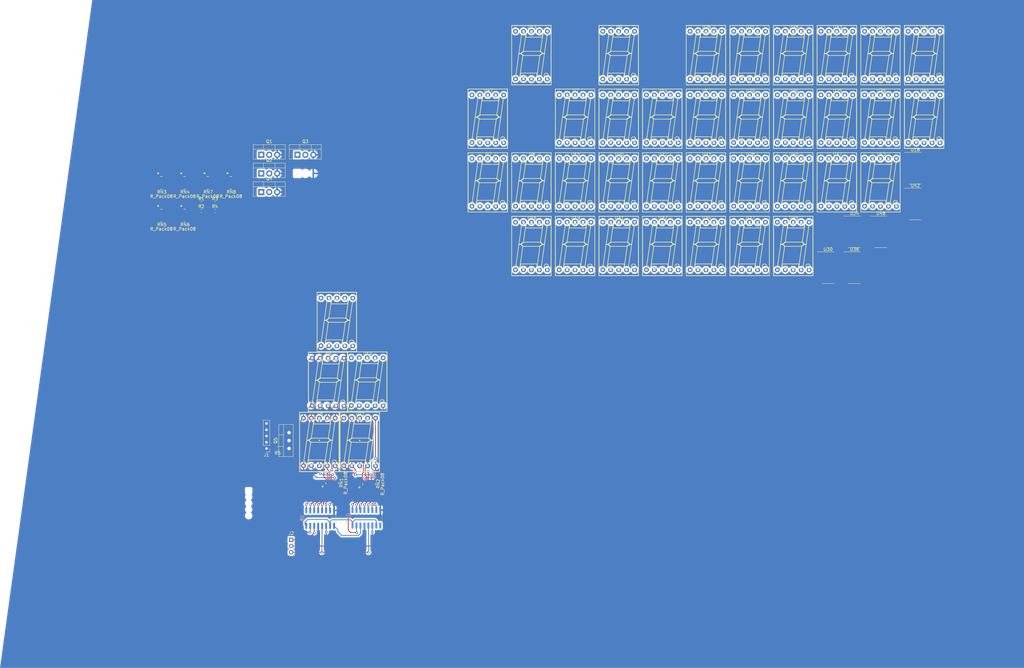
<source format=kicad_pcb>
(kicad_pcb (version 20171130) (host pcbnew "(5.1.4)-1")
  (layers (0 F.Cu signal) (31 B.Cu signal) (34 B.Paste user hide) (35 F.Paste user hide) (36 B.SilkS user hide) (37 F.SilkS user) (38 B.Mask user hide) (39 F.Mask user hide) (44 Edge.Cuts user hide))
  (net 0 "")
  (net 1 "Net-(Q1-Pad1)")
  (net 2 "Net-(Q2-Pad1)")
  (net 3 "Net-(Q3-Pad1)")
  (net 4 "Net-(Q4-Pad1)")
  (net 5 "Net-(Q5-Pad1)")
  (net 6 GND)
  (net 7 "Net-(Q1-Pad2)")
  (net 8 "Net-(Q2-Pad2)")
  (net 9 "Net-(Q3-Pad2)")
  (net 10 "Net-(Q4-Pad2)")
  (net 11 "Net-(Q5-Pad2)")
  (net 12 "Net-(RN1-Pad16)")
  (net 13 "Net-(RN1-Pad15)")
  (net 14 "Net-(RN1-Pad14)")
  (net 15 "Net-(RN1-Pad13)")
  (net 16 "Net-(RN1-Pad12)")
  (net 17 "Net-(RN1-Pad11)")
  (net 18 "Net-(RN1-Pad10)")
  (net 19 "Net-(RN1-Pad9)")
  (net 20 "Net-(RN1-Pad8)")
  (net 21 "Net-(RN1-Pad7)")
  (net 22 "Net-(RN1-Pad6)")
  (net 23 "Net-(RN1-Pad5)")
  (net 24 "Net-(RN1-Pad4)")
  (net 25 "Net-(RN1-Pad3)")
  (net 26 "Net-(RN1-Pad2)")
  (net 27 "Net-(RN1-Pad1)")
  (net 28 "Net-(RN2-Pad1)")
  (net 29 "Net-(RN2-Pad2)")
  (net 30 "Net-(RN2-Pad3)")
  (net 31 "Net-(RN2-Pad4)")
  (net 32 "Net-(RN2-Pad5)")
  (net 33 "Net-(RN2-Pad6)")
  (net 34 "Net-(RN2-Pad7)")
  (net 35 "Net-(RN2-Pad8)")
  (net 36 "Net-(RN2-Pad9)")
  (net 37 "Net-(RN2-Pad10)")
  (net 38 "Net-(RN2-Pad11)")
  (net 39 "Net-(RN2-Pad12)")
  (net 40 "Net-(RN2-Pad13)")
  (net 41 "Net-(RN2-Pad14)")
  (net 42 "Net-(RN2-Pad15)")
  (net 43 "Net-(RN2-Pad16)")
  (net 44 "Net-(RN3-Pad16)")
  (net 45 "Net-(RN3-Pad15)")
  (net 46 "Net-(RN3-Pad14)")
  (net 47 "Net-(RN3-Pad13)")
  (net 48 "Net-(RN3-Pad12)")
  (net 49 "Net-(RN3-Pad11)")
  (net 50 "Net-(RN3-Pad10)")
  (net 51 "Net-(RN3-Pad9)")
  (net 52 "Net-(RN3-Pad8)")
  (net 53 "Net-(RN3-Pad7)")
  (net 54 "Net-(RN3-Pad6)")
  (net 55 "Net-(RN3-Pad5)")
  (net 56 "Net-(RN3-Pad4)")
  (net 57 "Net-(RN3-Pad3)")
  (net 58 "Net-(RN3-Pad2)")
  (net 59 "Net-(RN3-Pad1)")
  (net 60 "Net-(RN4-Pad1)")
  (net 61 "Net-(RN4-Pad2)")
  (net 62 "Net-(RN4-Pad3)")
  (net 63 "Net-(RN4-Pad4)")
  (net 64 "Net-(RN4-Pad5)")
  (net 65 "Net-(RN4-Pad6)")
  (net 66 "Net-(RN4-Pad7)")
  (net 67 "Net-(RN4-Pad8)")
  (net 68 "Net-(RN4-Pad9)")
  (net 69 "Net-(RN4-Pad10)")
  (net 70 "Net-(RN4-Pad11)")
  (net 71 "Net-(RN4-Pad12)")
  (net 72 "Net-(RN4-Pad13)")
  (net 73 "Net-(RN4-Pad14)")
  (net 74 "Net-(RN4-Pad15)")
  (net 75 "Net-(RN4-Pad16)")
  (net 76 "Net-(RN5-Pad16)")
  (net 77 "Net-(RN5-Pad15)")
  (net 78 "Net-(RN5-Pad14)")
  (net 79 "Net-(RN5-Pad13)")
  (net 80 "Net-(RN5-Pad12)")
  (net 81 "Net-(RN5-Pad11)")
  (net 82 "Net-(RN5-Pad10)")
  (net 83 "Net-(RN5-Pad9)")
  (net 84 "Net-(RN5-Pad8)")
  (net 85 "Net-(RN5-Pad7)")
  (net 86 "Net-(RN5-Pad6)")
  (net 87 "Net-(RN5-Pad5)")
  (net 88 "Net-(RN5-Pad4)")
  (net 89 "Net-(RN5-Pad3)")
  (net 90 "Net-(RN5-Pad2)")
  (net 91 "Net-(RN5-Pad1)")
  (net 92 "Net-(RN6-Pad1)")
  (net 93 "Net-(RN6-Pad2)")
  (net 94 "Net-(RN6-Pad3)")
  (net 95 "Net-(RN6-Pad4)")
  (net 96 "Net-(RN6-Pad5)")
  (net 97 "Net-(RN6-Pad6)")
  (net 98 "Net-(RN6-Pad7)")
  (net 99 "Net-(RN6-Pad8)")
  (net 100 "Net-(RN6-Pad9)")
  (net 101 "Net-(RN6-Pad10)")
  (net 102 "Net-(RN6-Pad11)")
  (net 103 "Net-(RN6-Pad12)")
  (net 104 "Net-(RN6-Pad13)")
  (net 105 "Net-(RN6-Pad14)")
  (net 106 "Net-(RN6-Pad15)")
  (net 107 "Net-(RN6-Pad16)")
  (net 108 "Net-(RN7-Pad16)")
  (net 109 "Net-(RN7-Pad15)")
  (net 110 "Net-(RN7-Pad14)")
  (net 111 "Net-(RN7-Pad13)")
  (net 112 "Net-(RN7-Pad12)")
  (net 113 "Net-(RN7-Pad11)")
  (net 114 "Net-(RN7-Pad10)")
  (net 115 "Net-(RN7-Pad9)")
  (net 116 "Net-(RN7-Pad8)")
  (net 117 "Net-(RN7-Pad7)")
  (net 118 "Net-(RN7-Pad6)")
  (net 119 "Net-(RN7-Pad5)")
  (net 120 "Net-(RN7-Pad4)")
  (net 121 "Net-(RN7-Pad3)")
  (net 122 "Net-(RN7-Pad2)")
  (net 123 "Net-(RN7-Pad1)")
  (net 124 "Net-(RN8-Pad1)")
  (net 125 "Net-(RN8-Pad2)")
  (net 126 "Net-(RN8-Pad3)")
  (net 127 "Net-(RN8-Pad4)")
  (net 128 "Net-(RN8-Pad5)")
  (net 129 "Net-(RN8-Pad6)")
  (net 130 "Net-(RN8-Pad7)")
  (net 131 "Net-(RN8-Pad8)")
  (net 132 "Net-(RN8-Pad9)")
  (net 133 "Net-(RN8-Pad10)")
  (net 134 "Net-(RN8-Pad11)")
  (net 135 "Net-(RN8-Pad12)")
  (net 136 "Net-(RN8-Pad13)")
  (net 137 "Net-(RN8-Pad14)")
  (net 138 "Net-(RN8-Pad15)")
  (net 139 "Net-(RN8-Pad16)")
  (net 140 "Net-(U12-Pad14)")
  (net 141 +5V)
  (net 142 "Net-(J2-Pad2)")
  (net 143 "Net-(J2-Pad3)")
  (net 144 "Net-(U12-Pad9)")
  (net 145 "Net-(U18-Pad9)")
  (net 146 "Net-(U24-Pad9)")
  (net 147 "Net-(U30-Pad9)")
  (net 148 "Net-(U36-Pad9)")
  (net 149 "Net-(U42-Pad9)")
  (net 150 "Net-(J1-Pad4)")
  (net 151 "Net-(J1-Pad2)")
  (net 152 "Net-(J1-Pad5)")
  (net 153 "Net-(J1-Pad3)")
  (net 154 "Net-(J1-Pad1)")
  (net 155 "Net-(J2-Pad1)")
  (module HariLib:5161AS (layer F.Cu) (at 73.2 120.5)
    (fp_text reference U4 (at 6.5 0.5 180) (layer F.SilkS))
    (fp_text value 5161AS)
    (pad 1 thru_hole circle (at 1.22 17.12) (size 1.524 1.524) (drill 0.762) (layers *.Cu *.Mask) (net 16 "Net-(RN1-Pad12)"))
    (pad 2 thru_hole circle (at 3.76 17.12) (size 1.524 1.524) (drill 0.762) (layers *.Cu *.Mask) (net 15 "Net-(RN1-Pad13)"))
    (pad 3 thru_hole circle (at 6.3 17.17) (size 1.524 1.524) (drill 0.762) (layers *.Cu *.Mask) (net 8 "Net-(Q2-Pad2)"))
    (pad 4 thru_hole circle (at 8.84 17.17) (size 1.524 1.524) (drill 0.762) (layers *.Cu *.Mask) (net 14 "Net-(RN1-Pad14)"))
    (pad 5 thru_hole circle (at 11.38 17.17) (size 1.524 1.524) (drill 0.762) (layers *.Cu *.Mask) (net 19 "Net-(RN1-Pad9)"))
    (pad 10 thru_hole circle (at 1.22 1.88) (size 1.524 1.524) (drill 0.762) (layers *.Cu *.Mask) (net 18 "Net-(RN1-Pad10)"))
    (pad 6 thru_hole circle (at 11.38 1.88) (size 1.524 1.524) (drill 0.762) (layers *.Cu *.Mask) (net 13 "Net-(RN1-Pad15)"))
    (pad 9 thru_hole circle (at 3.76 1.88) (size 1.524 1.524) (drill 0.762) (layers *.Cu *.Mask) (net 17 "Net-(RN1-Pad11)"))
    (pad 7 thru_hole circle (at 8.84 1.88) (size 1.524 1.524) (drill 0.762) (layers *.Cu *.Mask) (net 12 "Net-(RN1-Pad16)"))
    (pad 8 thru_hole circle (at 6.3 1.88) (size 1.524 1.524) (drill 0.762) (layers *.Cu *.Mask) (net 8 "Net-(Q2-Pad2)"))
  )
  (module EXB-2HV221JV:EXB-2HV221JV (layer F.Cu) (at 80.8 162.4 90)
    (fp_text reference RN1 (at 0.15 2.9 90) (layer F.SilkS))
    (fp_text value R_Pack08 (at 0 4.3 90) (layer F.SilkS))
    (fp_text user * (at -1.0414 -2.7686 90) (layer F.SilkS))
    (fp_text user * (at -1.0414 -2.7686 90) (layer F.SilkS))
    (pad 16 smd rect (at 0.9652 -1.778 90) (size 0.6858 0.2032) (layers F.Cu F.Paste F.Mask) (net 12 "Net-(RN1-Pad16)"))
    (pad 15 smd rect (at 0.9652 -1.27 90) (size 0.6858 0.2032) (layers F.Cu F.Paste F.Mask) (net 13 "Net-(RN1-Pad15)"))
    (pad 14 smd rect (at 0.9652 -0.762 90) (size 0.6858 0.2032) (layers F.Cu F.Paste F.Mask) (net 14 "Net-(RN1-Pad14)"))
    (pad 13 smd rect (at 0.9652 -0.254 90) (size 0.6858 0.2032) (layers F.Cu F.Paste F.Mask) (net 15 "Net-(RN1-Pad13)"))
    (pad 12 smd rect (at 0.9652 0.254 90) (size 0.6858 0.2032) (layers F.Cu F.Paste F.Mask) (net 16 "Net-(RN1-Pad12)"))
    (pad 11 smd rect (at 0.9652 0.762 90) (size 0.6858 0.2032) (layers F.Cu F.Paste F.Mask) (net 17 "Net-(RN1-Pad11)"))
    (pad 10 smd rect (at 0.9652 1.27 90) (size 0.6858 0.2032) (layers F.Cu F.Paste F.Mask) (net 18 "Net-(RN1-Pad10)"))
    (pad 9 smd rect (at 0.9652 1.778 90) (size 0.6858 0.2032) (layers F.Cu F.Paste F.Mask) (net 19 "Net-(RN1-Pad9)"))
    (pad 8 smd rect (at -0.9652 1.778 90) (size 0.6858 0.2032) (layers F.Cu F.Paste F.Mask) (net 20 "Net-(RN1-Pad8)"))
    (pad 7 smd rect (at -0.9652 1.27 90) (size 0.6858 0.2032) (layers F.Cu F.Paste F.Mask) (net 21 "Net-(RN1-Pad7)"))
    (pad 6 smd rect (at -0.9652 0.762 90) (size 0.6858 0.2032) (layers F.Cu F.Paste F.Mask) (net 22 "Net-(RN1-Pad6)"))
    (pad 5 smd rect (at -0.9652 0.254 90) (size 0.6858 0.2032) (layers F.Cu F.Paste F.Mask) (net 23 "Net-(RN1-Pad5)"))
    (pad 4 smd rect (at -0.9652 -0.254 90) (size 0.6858 0.2032) (layers F.Cu F.Paste F.Mask) (net 24 "Net-(RN1-Pad4)"))
    (pad 3 smd rect (at -0.9652 -0.762 90) (size 0.6858 0.2032) (layers F.Cu F.Paste F.Mask) (net 25 "Net-(RN1-Pad3)"))
    (pad 2 smd rect (at -0.9652 -1.27 90) (size 0.6858 0.2032) (layers F.Cu F.Paste F.Mask) (net 26 "Net-(RN1-Pad2)"))
    (pad 1 smd rect (at -0.9652 -1.778 90) (size 0.6858 0.2032) (layers F.Cu F.Paste F.Mask) (net 27 "Net-(RN1-Pad1)"))
  )
  (module HariLib:5161AS (layer F.Cu) (at 70.4 139.7)
    (fp_text reference U5 (at 6.5 0.5 180) (layer F.SilkS))
    (fp_text value 5161AS)
    (pad 1 thru_hole circle (at 1.22 17.12) (size 1.524 1.524) (drill 0.762) (layers *.Cu *.Mask) (net 16 "Net-(RN1-Pad12)"))
    (pad 2 thru_hole circle (at 3.76 17.12) (size 1.524 1.524) (drill 0.762) (layers *.Cu *.Mask) (net 15 "Net-(RN1-Pad13)"))
    (pad 3 thru_hole circle (at 6.3 17.17) (size 1.524 1.524) (drill 0.762) (layers *.Cu *.Mask) (net 11 "Net-(Q5-Pad2)"))
    (pad 4 thru_hole circle (at 8.84 17.17) (size 1.524 1.524) (drill 0.762) (layers *.Cu *.Mask) (net 14 "Net-(RN1-Pad14)"))
    (pad 5 thru_hole circle (at 11.38 17.17) (size 1.524 1.524) (drill 0.762) (layers *.Cu *.Mask) (net 19 "Net-(RN1-Pad9)"))
    (pad 10 thru_hole circle (at 1.22 1.88) (size 1.524 1.524) (drill 0.762) (layers *.Cu *.Mask) (net 18 "Net-(RN1-Pad10)"))
    (pad 6 thru_hole circle (at 11.38 1.88) (size 1.524 1.524) (drill 0.762) (layers *.Cu *.Mask) (net 13 "Net-(RN1-Pad15)"))
    (pad 9 thru_hole circle (at 3.76 1.88) (size 1.524 1.524) (drill 0.762) (layers *.Cu *.Mask) (net 17 "Net-(RN1-Pad11)"))
    (pad 7 thru_hole circle (at 8.84 1.88) (size 1.524 1.524) (drill 0.762) (layers *.Cu *.Mask) (net 12 "Net-(RN1-Pad16)"))
    (pad 8 thru_hole circle (at 6.3 1.88) (size 1.524 1.524) (drill 0.762) (layers *.Cu *.Mask) (net 11 "Net-(Q5-Pad2)"))
  )
  (module HariLib:5161AS (layer F.Cu) (at 166.1 36.3)
    (fp_text reference U1 (at 6.5 0.5 180) (layer F.SilkS))
    (fp_text value 5161AS)
    (pad 1 thru_hole circle (at 1.22 17.12) (size 1.524 1.524) (drill 0.762) (layers *.Cu *.Mask) (net 16 "Net-(RN1-Pad12)"))
    (pad 2 thru_hole circle (at 3.76 17.12) (size 1.524 1.524) (drill 0.762) (layers *.Cu *.Mask) (net 15 "Net-(RN1-Pad13)"))
    (pad 3 thru_hole circle (at 6.3 17.17) (size 1.524 1.524) (drill 0.762) (layers *.Cu *.Mask) (net 9 "Net-(Q3-Pad2)"))
    (pad 4 thru_hole circle (at 8.84 17.17) (size 1.524 1.524) (drill 0.762) (layers *.Cu *.Mask) (net 14 "Net-(RN1-Pad14)"))
    (pad 5 thru_hole circle (at 11.38 17.17) (size 1.524 1.524) (drill 0.762) (layers *.Cu *.Mask) (net 19 "Net-(RN1-Pad9)"))
    (pad 10 thru_hole circle (at 1.22 1.88) (size 1.524 1.524) (drill 0.762) (layers *.Cu *.Mask) (net 18 "Net-(RN1-Pad10)"))
    (pad 6 thru_hole circle (at 11.38 1.88) (size 1.524 1.524) (drill 0.762) (layers *.Cu *.Mask) (net 13 "Net-(RN1-Pad15)"))
    (pad 9 thru_hole circle (at 3.76 1.88) (size 1.524 1.524) (drill 0.762) (layers *.Cu *.Mask) (net 17 "Net-(RN1-Pad11)"))
    (pad 7 thru_hole circle (at 8.84 1.88) (size 1.524 1.524) (drill 0.762) (layers *.Cu *.Mask) (net 12 "Net-(RN1-Pad16)"))
    (pad 8 thru_hole circle (at 6.3 1.88) (size 1.524 1.524) (drill 0.762) (layers *.Cu *.Mask) (net 9 "Net-(Q3-Pad2)"))
  )
  (module HariLib:5161AS (layer F.Cu) (at 124.25 56.65)
    (fp_text reference U2 (at 6.5 0.5 180) (layer F.SilkS))
    (fp_text value 5161AS)
    (pad 1 thru_hole circle (at 1.22 17.12) (size 1.524 1.524) (drill 0.762) (layers *.Cu *.Mask) (net 16 "Net-(RN1-Pad12)"))
    (pad 2 thru_hole circle (at 3.76 17.12) (size 1.524 1.524) (drill 0.762) (layers *.Cu *.Mask) (net 15 "Net-(RN1-Pad13)"))
    (pad 3 thru_hole circle (at 6.3 17.17) (size 1.524 1.524) (drill 0.762) (layers *.Cu *.Mask) (net 7 "Net-(Q1-Pad2)"))
    (pad 4 thru_hole circle (at 8.84 17.17) (size 1.524 1.524) (drill 0.762) (layers *.Cu *.Mask) (net 14 "Net-(RN1-Pad14)"))
    (pad 5 thru_hole circle (at 11.38 17.17) (size 1.524 1.524) (drill 0.762) (layers *.Cu *.Mask) (net 19 "Net-(RN1-Pad9)"))
    (pad 10 thru_hole circle (at 1.22 1.88) (size 1.524 1.524) (drill 0.762) (layers *.Cu *.Mask) (net 18 "Net-(RN1-Pad10)"))
    (pad 6 thru_hole circle (at 11.38 1.88) (size 1.524 1.524) (drill 0.762) (layers *.Cu *.Mask) (net 13 "Net-(RN1-Pad15)"))
    (pad 9 thru_hole circle (at 3.76 1.88) (size 1.524 1.524) (drill 0.762) (layers *.Cu *.Mask) (net 17 "Net-(RN1-Pad11)"))
    (pad 7 thru_hole circle (at 8.84 1.88) (size 1.524 1.524) (drill 0.762) (layers *.Cu *.Mask) (net 12 "Net-(RN1-Pad16)"))
    (pad 8 thru_hole circle (at 6.3 1.88) (size 1.524 1.524) (drill 0.762) (layers *.Cu *.Mask) (net 7 "Net-(Q1-Pad2)"))
  )
  (module HariLib:5161AS (layer F.Cu) (at 76 101.3)
    (fp_text reference U3 (at 6.5 0.5 180) (layer F.SilkS))
    (fp_text value 5161AS)
    (pad 1 thru_hole circle (at 1.22 17.12) (size 1.524 1.524) (drill 0.762) (layers *.Cu *.Mask) (net 16 "Net-(RN1-Pad12)"))
    (pad 2 thru_hole circle (at 3.76 17.12) (size 1.524 1.524) (drill 0.762) (layers *.Cu *.Mask) (net 15 "Net-(RN1-Pad13)"))
    (pad 3 thru_hole circle (at 6.3 17.17) (size 1.524 1.524) (drill 0.762) (layers *.Cu *.Mask) (net 10 "Net-(Q4-Pad2)"))
    (pad 4 thru_hole circle (at 8.84 17.17) (size 1.524 1.524) (drill 0.762) (layers *.Cu *.Mask) (net 14 "Net-(RN1-Pad14)"))
    (pad 5 thru_hole circle (at 11.38 17.17) (size 1.524 1.524) (drill 0.762) (layers *.Cu *.Mask) (net 19 "Net-(RN1-Pad9)"))
    (pad 10 thru_hole circle (at 1.22 1.88) (size 1.524 1.524) (drill 0.762) (layers *.Cu *.Mask) (net 18 "Net-(RN1-Pad10)"))
    (pad 6 thru_hole circle (at 11.38 1.88) (size 1.524 1.524) (drill 0.762) (layers *.Cu *.Mask) (net 13 "Net-(RN1-Pad15)"))
    (pad 9 thru_hole circle (at 3.76 1.88) (size 1.524 1.524) (drill 0.762) (layers *.Cu *.Mask) (net 17 "Net-(RN1-Pad11)"))
    (pad 7 thru_hole circle (at 8.84 1.88) (size 1.524 1.524) (drill 0.762) (layers *.Cu *.Mask) (net 12 "Net-(RN1-Pad16)"))
    (pad 8 thru_hole circle (at 6.3 1.88) (size 1.524 1.524) (drill 0.762) (layers *.Cu *.Mask) (net 10 "Net-(Q4-Pad2)"))
  )
  (module HariLib:5161AS (layer F.Cu) (at 152.15 36.3)
    (fp_text reference U7 (at 6.5 0.5 180) (layer F.SilkS))
    (fp_text value 5161AS)
    (pad 1 thru_hole circle (at 1.22 17.12) (size 1.524 1.524) (drill 0.762) (layers *.Cu *.Mask) (net 39 "Net-(RN2-Pad12)"))
    (pad 2 thru_hole circle (at 3.76 17.12) (size 1.524 1.524) (drill 0.762) (layers *.Cu *.Mask) (net 40 "Net-(RN2-Pad13)"))
    (pad 3 thru_hole circle (at 6.3 17.17) (size 1.524 1.524) (drill 0.762) (layers *.Cu *.Mask) (net 9 "Net-(Q3-Pad2)"))
    (pad 4 thru_hole circle (at 8.84 17.17) (size 1.524 1.524) (drill 0.762) (layers *.Cu *.Mask) (net 41 "Net-(RN2-Pad14)"))
    (pad 5 thru_hole circle (at 11.38 17.17) (size 1.524 1.524) (drill 0.762) (layers *.Cu *.Mask) (net 36 "Net-(RN2-Pad9)"))
    (pad 10 thru_hole circle (at 1.22 1.88) (size 1.524 1.524) (drill 0.762) (layers *.Cu *.Mask) (net 37 "Net-(RN2-Pad10)"))
    (pad 6 thru_hole circle (at 11.38 1.88) (size 1.524 1.524) (drill 0.762) (layers *.Cu *.Mask) (net 42 "Net-(RN2-Pad15)"))
    (pad 9 thru_hole circle (at 3.76 1.88) (size 1.524 1.524) (drill 0.762) (layers *.Cu *.Mask) (net 38 "Net-(RN2-Pad11)"))
    (pad 7 thru_hole circle (at 8.84 1.88) (size 1.524 1.524) (drill 0.762) (layers *.Cu *.Mask) (net 43 "Net-(RN2-Pad16)"))
    (pad 8 thru_hole circle (at 6.3 1.88) (size 1.524 1.524) (drill 0.762) (layers *.Cu *.Mask) (net 9 "Net-(Q3-Pad2)"))
  )
  (module HariLib:5161AS (layer F.Cu) (at 138.2 56.65)
    (fp_text reference U8 (at 6.5 0.5 180) (layer F.SilkS))
    (fp_text value 5161AS)
    (pad 1 thru_hole circle (at 1.22 17.12) (size 1.524 1.524) (drill 0.762) (layers *.Cu *.Mask) (net 39 "Net-(RN2-Pad12)"))
    (pad 2 thru_hole circle (at 3.76 17.12) (size 1.524 1.524) (drill 0.762) (layers *.Cu *.Mask) (net 40 "Net-(RN2-Pad13)"))
    (pad 3 thru_hole circle (at 6.3 17.17) (size 1.524 1.524) (drill 0.762) (layers *.Cu *.Mask) (net 7 "Net-(Q1-Pad2)"))
    (pad 4 thru_hole circle (at 8.84 17.17) (size 1.524 1.524) (drill 0.762) (layers *.Cu *.Mask) (net 41 "Net-(RN2-Pad14)"))
    (pad 5 thru_hole circle (at 11.38 17.17) (size 1.524 1.524) (drill 0.762) (layers *.Cu *.Mask) (net 36 "Net-(RN2-Pad9)"))
    (pad 10 thru_hole circle (at 1.22 1.88) (size 1.524 1.524) (drill 0.762) (layers *.Cu *.Mask) (net 37 "Net-(RN2-Pad10)"))
    (pad 6 thru_hole circle (at 11.38 1.88) (size 1.524 1.524) (drill 0.762) (layers *.Cu *.Mask) (net 42 "Net-(RN2-Pad15)"))
    (pad 9 thru_hole circle (at 3.76 1.88) (size 1.524 1.524) (drill 0.762) (layers *.Cu *.Mask) (net 38 "Net-(RN2-Pad11)"))
    (pad 7 thru_hole circle (at 8.84 1.88) (size 1.524 1.524) (drill 0.762) (layers *.Cu *.Mask) (net 43 "Net-(RN2-Pad16)"))
    (pad 8 thru_hole circle (at 6.3 1.88) (size 1.524 1.524) (drill 0.762) (layers *.Cu *.Mask) (net 7 "Net-(Q1-Pad2)"))
  )
  (module HariLib:5161AS (layer F.Cu) (at 166.1 15.95)
    (fp_text reference U9 (at 6.5 0.5 180) (layer F.SilkS))
    (fp_text value 5161AS)
    (pad 1 thru_hole circle (at 1.22 17.12) (size 1.524 1.524) (drill 0.762) (layers *.Cu *.Mask) (net 39 "Net-(RN2-Pad12)"))
    (pad 2 thru_hole circle (at 3.76 17.12) (size 1.524 1.524) (drill 0.762) (layers *.Cu *.Mask) (net 40 "Net-(RN2-Pad13)"))
    (pad 3 thru_hole circle (at 6.3 17.17) (size 1.524 1.524) (drill 0.762) (layers *.Cu *.Mask) (net 10 "Net-(Q4-Pad2)"))
    (pad 4 thru_hole circle (at 8.84 17.17) (size 1.524 1.524) (drill 0.762) (layers *.Cu *.Mask) (net 41 "Net-(RN2-Pad14)"))
    (pad 5 thru_hole circle (at 11.38 17.17) (size 1.524 1.524) (drill 0.762) (layers *.Cu *.Mask) (net 36 "Net-(RN2-Pad9)"))
    (pad 10 thru_hole circle (at 1.22 1.88) (size 1.524 1.524) (drill 0.762) (layers *.Cu *.Mask) (net 37 "Net-(RN2-Pad10)"))
    (pad 6 thru_hole circle (at 11.38 1.88) (size 1.524 1.524) (drill 0.762) (layers *.Cu *.Mask) (net 42 "Net-(RN2-Pad15)"))
    (pad 9 thru_hole circle (at 3.76 1.88) (size 1.524 1.524) (drill 0.762) (layers *.Cu *.Mask) (net 38 "Net-(RN2-Pad11)"))
    (pad 7 thru_hole circle (at 8.84 1.88) (size 1.524 1.524) (drill 0.762) (layers *.Cu *.Mask) (net 43 "Net-(RN2-Pad16)"))
    (pad 8 thru_hole circle (at 6.3 1.88) (size 1.524 1.524) (drill 0.762) (layers *.Cu *.Mask) (net 10 "Net-(Q4-Pad2)"))
  )
  (module HariLib:5161AS (layer F.Cu) (at 85.7 120.4)
    (fp_text reference U10 (at 6.5 0.5 180) (layer F.SilkS))
    (fp_text value 5161AS)
    (pad 1 thru_hole circle (at 1.22 17.12) (size 1.524 1.524) (drill 0.762) (layers *.Cu *.Mask) (net 39 "Net-(RN2-Pad12)"))
    (pad 2 thru_hole circle (at 3.76 17.12) (size 1.524 1.524) (drill 0.762) (layers *.Cu *.Mask) (net 40 "Net-(RN2-Pad13)"))
    (pad 3 thru_hole circle (at 6.3 17.17) (size 1.524 1.524) (drill 0.762) (layers *.Cu *.Mask) (net 8 "Net-(Q2-Pad2)"))
    (pad 4 thru_hole circle (at 8.84 17.17) (size 1.524 1.524) (drill 0.762) (layers *.Cu *.Mask) (net 41 "Net-(RN2-Pad14)"))
    (pad 5 thru_hole circle (at 11.38 17.17) (size 1.524 1.524) (drill 0.762) (layers *.Cu *.Mask) (net 36 "Net-(RN2-Pad9)"))
    (pad 10 thru_hole circle (at 1.22 1.88) (size 1.524 1.524) (drill 0.762) (layers *.Cu *.Mask) (net 37 "Net-(RN2-Pad10)"))
    (pad 6 thru_hole circle (at 11.38 1.88) (size 1.524 1.524) (drill 0.762) (layers *.Cu *.Mask) (net 42 "Net-(RN2-Pad15)"))
    (pad 9 thru_hole circle (at 3.76 1.88) (size 1.524 1.524) (drill 0.762) (layers *.Cu *.Mask) (net 38 "Net-(RN2-Pad11)"))
    (pad 7 thru_hole circle (at 8.84 1.88) (size 1.524 1.524) (drill 0.762) (layers *.Cu *.Mask) (net 43 "Net-(RN2-Pad16)"))
    (pad 8 thru_hole circle (at 6.3 1.88) (size 1.524 1.524) (drill 0.762) (layers *.Cu *.Mask) (net 8 "Net-(Q2-Pad2)"))
  )
  (module HariLib:5161AS (layer F.Cu) (at 83.3 139.7)
    (fp_text reference U11 (at 6.5 0.5 180) (layer F.SilkS))
    (fp_text value 5161AS)
    (pad 1 thru_hole circle (at 1.22 17.12) (size 1.524 1.524) (drill 0.762) (layers *.Cu *.Mask) (net 39 "Net-(RN2-Pad12)"))
    (pad 2 thru_hole circle (at 3.76 17.12) (size 1.524 1.524) (drill 0.762) (layers *.Cu *.Mask) (net 40 "Net-(RN2-Pad13)"))
    (pad 3 thru_hole circle (at 6.3 17.17) (size 1.524 1.524) (drill 0.762) (layers *.Cu *.Mask) (net 11 "Net-(Q5-Pad2)"))
    (pad 4 thru_hole circle (at 8.84 17.17) (size 1.524 1.524) (drill 0.762) (layers *.Cu *.Mask) (net 41 "Net-(RN2-Pad14)"))
    (pad 5 thru_hole circle (at 11.38 17.17) (size 1.524 1.524) (drill 0.762) (layers *.Cu *.Mask) (net 36 "Net-(RN2-Pad9)"))
    (pad 10 thru_hole circle (at 1.22 1.88) (size 1.524 1.524) (drill 0.762) (layers *.Cu *.Mask) (net 37 "Net-(RN2-Pad10)"))
    (pad 6 thru_hole circle (at 11.38 1.88) (size 1.524 1.524) (drill 0.762) (layers *.Cu *.Mask) (net 42 "Net-(RN2-Pad15)"))
    (pad 9 thru_hole circle (at 3.76 1.88) (size 1.524 1.524) (drill 0.762) (layers *.Cu *.Mask) (net 38 "Net-(RN2-Pad11)"))
    (pad 7 thru_hole circle (at 8.84 1.88) (size 1.524 1.524) (drill 0.762) (layers *.Cu *.Mask) (net 43 "Net-(RN2-Pad16)"))
    (pad 8 thru_hole circle (at 6.3 1.88) (size 1.524 1.524) (drill 0.762) (layers *.Cu *.Mask) (net 11 "Net-(Q5-Pad2)"))
  )
  (module HariLib:5161AS (layer F.Cu) (at 138.2 15.95)
    (fp_text reference U13 (at 6.5 0.5 180) (layer F.SilkS))
    (fp_text value 5161AS)
    (pad 1 thru_hole circle (at 1.22 17.12) (size 1.524 1.524) (drill 0.762) (layers *.Cu *.Mask) (net 48 "Net-(RN3-Pad12)"))
    (pad 2 thru_hole circle (at 3.76 17.12) (size 1.524 1.524) (drill 0.762) (layers *.Cu *.Mask) (net 47 "Net-(RN3-Pad13)"))
    (pad 3 thru_hole circle (at 6.3 17.17) (size 1.524 1.524) (drill 0.762) (layers *.Cu *.Mask) (net 9 "Net-(Q3-Pad2)"))
    (pad 4 thru_hole circle (at 8.84 17.17) (size 1.524 1.524) (drill 0.762) (layers *.Cu *.Mask) (net 46 "Net-(RN3-Pad14)"))
    (pad 5 thru_hole circle (at 11.38 17.17) (size 1.524 1.524) (drill 0.762) (layers *.Cu *.Mask) (net 51 "Net-(RN3-Pad9)"))
    (pad 10 thru_hole circle (at 1.22 1.88) (size 1.524 1.524) (drill 0.762) (layers *.Cu *.Mask) (net 50 "Net-(RN3-Pad10)"))
    (pad 6 thru_hole circle (at 11.38 1.88) (size 1.524 1.524) (drill 0.762) (layers *.Cu *.Mask) (net 45 "Net-(RN3-Pad15)"))
    (pad 9 thru_hole circle (at 3.76 1.88) (size 1.524 1.524) (drill 0.762) (layers *.Cu *.Mask) (net 49 "Net-(RN3-Pad11)"))
    (pad 7 thru_hole circle (at 8.84 1.88) (size 1.524 1.524) (drill 0.762) (layers *.Cu *.Mask) (net 44 "Net-(RN3-Pad16)"))
    (pad 8 thru_hole circle (at 6.3 1.88) (size 1.524 1.524) (drill 0.762) (layers *.Cu *.Mask) (net 9 "Net-(Q3-Pad2)"))
  )
  (module HariLib:5161AS (layer F.Cu) (at 180.05 36.3)
    (fp_text reference U14 (at 6.5 0.5 180) (layer F.SilkS))
    (fp_text value 5161AS)
    (pad 1 thru_hole circle (at 1.22 17.12) (size 1.524 1.524) (drill 0.762) (layers *.Cu *.Mask) (net 48 "Net-(RN3-Pad12)"))
    (pad 2 thru_hole circle (at 3.76 17.12) (size 1.524 1.524) (drill 0.762) (layers *.Cu *.Mask) (net 47 "Net-(RN3-Pad13)"))
    (pad 3 thru_hole circle (at 6.3 17.17) (size 1.524 1.524) (drill 0.762) (layers *.Cu *.Mask) (net 7 "Net-(Q1-Pad2)"))
    (pad 4 thru_hole circle (at 8.84 17.17) (size 1.524 1.524) (drill 0.762) (layers *.Cu *.Mask) (net 46 "Net-(RN3-Pad14)"))
    (pad 5 thru_hole circle (at 11.38 17.17) (size 1.524 1.524) (drill 0.762) (layers *.Cu *.Mask) (net 51 "Net-(RN3-Pad9)"))
    (pad 10 thru_hole circle (at 1.22 1.88) (size 1.524 1.524) (drill 0.762) (layers *.Cu *.Mask) (net 50 "Net-(RN3-Pad10)"))
    (pad 6 thru_hole circle (at 11.38 1.88) (size 1.524 1.524) (drill 0.762) (layers *.Cu *.Mask) (net 45 "Net-(RN3-Pad15)"))
    (pad 9 thru_hole circle (at 3.76 1.88) (size 1.524 1.524) (drill 0.762) (layers *.Cu *.Mask) (net 49 "Net-(RN3-Pad11)"))
    (pad 7 thru_hole circle (at 8.84 1.88) (size 1.524 1.524) (drill 0.762) (layers *.Cu *.Mask) (net 44 "Net-(RN3-Pad16)"))
    (pad 8 thru_hole circle (at 6.3 1.88) (size 1.524 1.524) (drill 0.762) (layers *.Cu *.Mask) (net 7 "Net-(Q1-Pad2)"))
  )
  (module HariLib:5161AS (layer F.Cu) (at 152.15 56.65)
    (fp_text reference U15 (at 6.5 0.5 180) (layer F.SilkS))
    (fp_text value 5161AS)
    (pad 1 thru_hole circle (at 1.22 17.12) (size 1.524 1.524) (drill 0.762) (layers *.Cu *.Mask) (net 48 "Net-(RN3-Pad12)"))
    (pad 2 thru_hole circle (at 3.76 17.12) (size 1.524 1.524) (drill 0.762) (layers *.Cu *.Mask) (net 47 "Net-(RN3-Pad13)"))
    (pad 3 thru_hole circle (at 6.3 17.17) (size 1.524 1.524) (drill 0.762) (layers *.Cu *.Mask) (net 10 "Net-(Q4-Pad2)"))
    (pad 4 thru_hole circle (at 8.84 17.17) (size 1.524 1.524) (drill 0.762) (layers *.Cu *.Mask) (net 46 "Net-(RN3-Pad14)"))
    (pad 5 thru_hole circle (at 11.38 17.17) (size 1.524 1.524) (drill 0.762) (layers *.Cu *.Mask) (net 51 "Net-(RN3-Pad9)"))
    (pad 10 thru_hole circle (at 1.22 1.88) (size 1.524 1.524) (drill 0.762) (layers *.Cu *.Mask) (net 50 "Net-(RN3-Pad10)"))
    (pad 6 thru_hole circle (at 11.38 1.88) (size 1.524 1.524) (drill 0.762) (layers *.Cu *.Mask) (net 45 "Net-(RN3-Pad15)"))
    (pad 9 thru_hole circle (at 3.76 1.88) (size 1.524 1.524) (drill 0.762) (layers *.Cu *.Mask) (net 49 "Net-(RN3-Pad11)"))
    (pad 7 thru_hole circle (at 8.84 1.88) (size 1.524 1.524) (drill 0.762) (layers *.Cu *.Mask) (net 44 "Net-(RN3-Pad16)"))
    (pad 8 thru_hole circle (at 6.3 1.88) (size 1.524 1.524) (drill 0.762) (layers *.Cu *.Mask) (net 10 "Net-(Q4-Pad2)"))
  )
  (module HariLib:5161AS (layer F.Cu) (at 138.2 77)
    (fp_text reference U16 (at 6.5 0.5 180) (layer F.SilkS))
    (fp_text value 5161AS)
    (pad 1 thru_hole circle (at 1.22 17.12) (size 1.524 1.524) (drill 0.762) (layers *.Cu *.Mask) (net 48 "Net-(RN3-Pad12)"))
    (pad 2 thru_hole circle (at 3.76 17.12) (size 1.524 1.524) (drill 0.762) (layers *.Cu *.Mask) (net 47 "Net-(RN3-Pad13)"))
    (pad 3 thru_hole circle (at 6.3 17.17) (size 1.524 1.524) (drill 0.762) (layers *.Cu *.Mask) (net 8 "Net-(Q2-Pad2)"))
    (pad 4 thru_hole circle (at 8.84 17.17) (size 1.524 1.524) (drill 0.762) (layers *.Cu *.Mask) (net 46 "Net-(RN3-Pad14)"))
    (pad 5 thru_hole circle (at 11.38 17.17) (size 1.524 1.524) (drill 0.762) (layers *.Cu *.Mask) (net 51 "Net-(RN3-Pad9)"))
    (pad 10 thru_hole circle (at 1.22 1.88) (size 1.524 1.524) (drill 0.762) (layers *.Cu *.Mask) (net 50 "Net-(RN3-Pad10)"))
    (pad 6 thru_hole circle (at 11.38 1.88) (size 1.524 1.524) (drill 0.762) (layers *.Cu *.Mask) (net 45 "Net-(RN3-Pad15)"))
    (pad 9 thru_hole circle (at 3.76 1.88) (size 1.524 1.524) (drill 0.762) (layers *.Cu *.Mask) (net 49 "Net-(RN3-Pad11)"))
    (pad 7 thru_hole circle (at 8.84 1.88) (size 1.524 1.524) (drill 0.762) (layers *.Cu *.Mask) (net 44 "Net-(RN3-Pad16)"))
    (pad 8 thru_hole circle (at 6.3 1.88) (size 1.524 1.524) (drill 0.762) (layers *.Cu *.Mask) (net 8 "Net-(Q2-Pad2)"))
  )
  (module HariLib:5161AS (layer F.Cu) (at 194 36.3)
    (fp_text reference U17 (at 6.5 0.5 180) (layer F.SilkS))
    (fp_text value 5161AS)
    (pad 1 thru_hole circle (at 1.22 17.12) (size 1.524 1.524) (drill 0.762) (layers *.Cu *.Mask) (net 48 "Net-(RN3-Pad12)"))
    (pad 2 thru_hole circle (at 3.76 17.12) (size 1.524 1.524) (drill 0.762) (layers *.Cu *.Mask) (net 47 "Net-(RN3-Pad13)"))
    (pad 3 thru_hole circle (at 6.3 17.17) (size 1.524 1.524) (drill 0.762) (layers *.Cu *.Mask) (net 11 "Net-(Q5-Pad2)"))
    (pad 4 thru_hole circle (at 8.84 17.17) (size 1.524 1.524) (drill 0.762) (layers *.Cu *.Mask) (net 46 "Net-(RN3-Pad14)"))
    (pad 5 thru_hole circle (at 11.38 17.17) (size 1.524 1.524) (drill 0.762) (layers *.Cu *.Mask) (net 51 "Net-(RN3-Pad9)"))
    (pad 10 thru_hole circle (at 1.22 1.88) (size 1.524 1.524) (drill 0.762) (layers *.Cu *.Mask) (net 50 "Net-(RN3-Pad10)"))
    (pad 6 thru_hole circle (at 11.38 1.88) (size 1.524 1.524) (drill 0.762) (layers *.Cu *.Mask) (net 45 "Net-(RN3-Pad15)"))
    (pad 9 thru_hole circle (at 3.76 1.88) (size 1.524 1.524) (drill 0.762) (layers *.Cu *.Mask) (net 49 "Net-(RN3-Pad11)"))
    (pad 7 thru_hole circle (at 8.84 1.88) (size 1.524 1.524) (drill 0.762) (layers *.Cu *.Mask) (net 44 "Net-(RN3-Pad16)"))
    (pad 8 thru_hole circle (at 6.3 1.88) (size 1.524 1.524) (drill 0.762) (layers *.Cu *.Mask) (net 11 "Net-(Q5-Pad2)"))
  )
  (module HariLib:5161AS (layer F.Cu) (at 152.15 77)
    (fp_text reference U19 (at 6.5 0.5 180) (layer F.SilkS))
    (fp_text value 5161AS)
    (pad 1 thru_hole circle (at 1.22 17.12) (size 1.524 1.524) (drill 0.762) (layers *.Cu *.Mask) (net 71 "Net-(RN4-Pad12)"))
    (pad 2 thru_hole circle (at 3.76 17.12) (size 1.524 1.524) (drill 0.762) (layers *.Cu *.Mask) (net 72 "Net-(RN4-Pad13)"))
    (pad 3 thru_hole circle (at 6.3 17.17) (size 1.524 1.524) (drill 0.762) (layers *.Cu *.Mask) (net 9 "Net-(Q3-Pad2)"))
    (pad 4 thru_hole circle (at 8.84 17.17) (size 1.524 1.524) (drill 0.762) (layers *.Cu *.Mask) (net 73 "Net-(RN4-Pad14)"))
    (pad 5 thru_hole circle (at 11.38 17.17) (size 1.524 1.524) (drill 0.762) (layers *.Cu *.Mask) (net 68 "Net-(RN4-Pad9)"))
    (pad 10 thru_hole circle (at 1.22 1.88) (size 1.524 1.524) (drill 0.762) (layers *.Cu *.Mask) (net 69 "Net-(RN4-Pad10)"))
    (pad 6 thru_hole circle (at 11.38 1.88) (size 1.524 1.524) (drill 0.762) (layers *.Cu *.Mask) (net 74 "Net-(RN4-Pad15)"))
    (pad 9 thru_hole circle (at 3.76 1.88) (size 1.524 1.524) (drill 0.762) (layers *.Cu *.Mask) (net 70 "Net-(RN4-Pad11)"))
    (pad 7 thru_hole circle (at 8.84 1.88) (size 1.524 1.524) (drill 0.762) (layers *.Cu *.Mask) (net 75 "Net-(RN4-Pad16)"))
    (pad 8 thru_hole circle (at 6.3 1.88) (size 1.524 1.524) (drill 0.762) (layers *.Cu *.Mask) (net 9 "Net-(Q3-Pad2)"))
  )
  (module HariLib:5161AS (layer F.Cu) (at 166.1 56.65)
    (fp_text reference U20 (at 6.5 0.5 180) (layer F.SilkS))
    (fp_text value 5161AS)
    (pad 1 thru_hole circle (at 1.22 17.12) (size 1.524 1.524) (drill 0.762) (layers *.Cu *.Mask) (net 71 "Net-(RN4-Pad12)"))
    (pad 2 thru_hole circle (at 3.76 17.12) (size 1.524 1.524) (drill 0.762) (layers *.Cu *.Mask) (net 72 "Net-(RN4-Pad13)"))
    (pad 3 thru_hole circle (at 6.3 17.17) (size 1.524 1.524) (drill 0.762) (layers *.Cu *.Mask) (net 7 "Net-(Q1-Pad2)"))
    (pad 4 thru_hole circle (at 8.84 17.17) (size 1.524 1.524) (drill 0.762) (layers *.Cu *.Mask) (net 73 "Net-(RN4-Pad14)"))
    (pad 5 thru_hole circle (at 11.38 17.17) (size 1.524 1.524) (drill 0.762) (layers *.Cu *.Mask) (net 68 "Net-(RN4-Pad9)"))
    (pad 10 thru_hole circle (at 1.22 1.88) (size 1.524 1.524) (drill 0.762) (layers *.Cu *.Mask) (net 69 "Net-(RN4-Pad10)"))
    (pad 6 thru_hole circle (at 11.38 1.88) (size 1.524 1.524) (drill 0.762) (layers *.Cu *.Mask) (net 74 "Net-(RN4-Pad15)"))
    (pad 9 thru_hole circle (at 3.76 1.88) (size 1.524 1.524) (drill 0.762) (layers *.Cu *.Mask) (net 70 "Net-(RN4-Pad11)"))
    (pad 7 thru_hole circle (at 8.84 1.88) (size 1.524 1.524) (drill 0.762) (layers *.Cu *.Mask) (net 75 "Net-(RN4-Pad16)"))
    (pad 8 thru_hole circle (at 6.3 1.88) (size 1.524 1.524) (drill 0.762) (layers *.Cu *.Mask) (net 7 "Net-(Q1-Pad2)"))
  )
  (module HariLib:5161AS (layer F.Cu) (at 207.95 15.95)
    (fp_text reference U21 (at 6.5 0.5 180) (layer F.SilkS))
    (fp_text value 5161AS)
    (pad 1 thru_hole circle (at 1.22 17.12) (size 1.524 1.524) (drill 0.762) (layers *.Cu *.Mask) (net 71 "Net-(RN4-Pad12)"))
    (pad 2 thru_hole circle (at 3.76 17.12) (size 1.524 1.524) (drill 0.762) (layers *.Cu *.Mask) (net 72 "Net-(RN4-Pad13)"))
    (pad 3 thru_hole circle (at 6.3 17.17) (size 1.524 1.524) (drill 0.762) (layers *.Cu *.Mask) (net 10 "Net-(Q4-Pad2)"))
    (pad 4 thru_hole circle (at 8.84 17.17) (size 1.524 1.524) (drill 0.762) (layers *.Cu *.Mask) (net 73 "Net-(RN4-Pad14)"))
    (pad 5 thru_hole circle (at 11.38 17.17) (size 1.524 1.524) (drill 0.762) (layers *.Cu *.Mask) (net 68 "Net-(RN4-Pad9)"))
    (pad 10 thru_hole circle (at 1.22 1.88) (size 1.524 1.524) (drill 0.762) (layers *.Cu *.Mask) (net 69 "Net-(RN4-Pad10)"))
    (pad 6 thru_hole circle (at 11.38 1.88) (size 1.524 1.524) (drill 0.762) (layers *.Cu *.Mask) (net 74 "Net-(RN4-Pad15)"))
    (pad 9 thru_hole circle (at 3.76 1.88) (size 1.524 1.524) (drill 0.762) (layers *.Cu *.Mask) (net 70 "Net-(RN4-Pad11)"))
    (pad 7 thru_hole circle (at 8.84 1.88) (size 1.524 1.524) (drill 0.762) (layers *.Cu *.Mask) (net 75 "Net-(RN4-Pad16)"))
    (pad 8 thru_hole circle (at 6.3 1.88) (size 1.524 1.524) (drill 0.762) (layers *.Cu *.Mask) (net 10 "Net-(Q4-Pad2)"))
  )
  (module HariLib:5161AS (layer F.Cu) (at 180.05 56.65)
    (fp_text reference U22 (at 6.5 0.5 180) (layer F.SilkS))
    (fp_text value 5161AS)
    (pad 1 thru_hole circle (at 1.22 17.12) (size 1.524 1.524) (drill 0.762) (layers *.Cu *.Mask) (net 71 "Net-(RN4-Pad12)"))
    (pad 2 thru_hole circle (at 3.76 17.12) (size 1.524 1.524) (drill 0.762) (layers *.Cu *.Mask) (net 72 "Net-(RN4-Pad13)"))
    (pad 3 thru_hole circle (at 6.3 17.17) (size 1.524 1.524) (drill 0.762) (layers *.Cu *.Mask) (net 8 "Net-(Q2-Pad2)"))
    (pad 4 thru_hole circle (at 8.84 17.17) (size 1.524 1.524) (drill 0.762) (layers *.Cu *.Mask) (net 73 "Net-(RN4-Pad14)"))
    (pad 5 thru_hole circle (at 11.38 17.17) (size 1.524 1.524) (drill 0.762) (layers *.Cu *.Mask) (net 68 "Net-(RN4-Pad9)"))
    (pad 10 thru_hole circle (at 1.22 1.88) (size 1.524 1.524) (drill 0.762) (layers *.Cu *.Mask) (net 69 "Net-(RN4-Pad10)"))
    (pad 6 thru_hole circle (at 11.38 1.88) (size 1.524 1.524) (drill 0.762) (layers *.Cu *.Mask) (net 74 "Net-(RN4-Pad15)"))
    (pad 9 thru_hole circle (at 3.76 1.88) (size 1.524 1.524) (drill 0.762) (layers *.Cu *.Mask) (net 70 "Net-(RN4-Pad11)"))
    (pad 7 thru_hole circle (at 8.84 1.88) (size 1.524 1.524) (drill 0.762) (layers *.Cu *.Mask) (net 75 "Net-(RN4-Pad16)"))
    (pad 8 thru_hole circle (at 6.3 1.88) (size 1.524 1.524) (drill 0.762) (layers *.Cu *.Mask) (net 8 "Net-(Q2-Pad2)"))
  )
  (module HariLib:5161AS (layer F.Cu) (at 194 56.65)
    (fp_text reference U23 (at 6.5 0.5 180) (layer F.SilkS))
    (fp_text value 5161AS)
    (pad 1 thru_hole circle (at 1.22 17.12) (size 1.524 1.524) (drill 0.762) (layers *.Cu *.Mask) (net 71 "Net-(RN4-Pad12)"))
    (pad 2 thru_hole circle (at 3.76 17.12) (size 1.524 1.524) (drill 0.762) (layers *.Cu *.Mask) (net 72 "Net-(RN4-Pad13)"))
    (pad 3 thru_hole circle (at 6.3 17.17) (size 1.524 1.524) (drill 0.762) (layers *.Cu *.Mask) (net 11 "Net-(Q5-Pad2)"))
    (pad 4 thru_hole circle (at 8.84 17.17) (size 1.524 1.524) (drill 0.762) (layers *.Cu *.Mask) (net 73 "Net-(RN4-Pad14)"))
    (pad 5 thru_hole circle (at 11.38 17.17) (size 1.524 1.524) (drill 0.762) (layers *.Cu *.Mask) (net 68 "Net-(RN4-Pad9)"))
    (pad 10 thru_hole circle (at 1.22 1.88) (size 1.524 1.524) (drill 0.762) (layers *.Cu *.Mask) (net 69 "Net-(RN4-Pad10)"))
    (pad 6 thru_hole circle (at 11.38 1.88) (size 1.524 1.524) (drill 0.762) (layers *.Cu *.Mask) (net 74 "Net-(RN4-Pad15)"))
    (pad 9 thru_hole circle (at 3.76 1.88) (size 1.524 1.524) (drill 0.762) (layers *.Cu *.Mask) (net 70 "Net-(RN4-Pad11)"))
    (pad 7 thru_hole circle (at 8.84 1.88) (size 1.524 1.524) (drill 0.762) (layers *.Cu *.Mask) (net 75 "Net-(RN4-Pad16)"))
    (pad 8 thru_hole circle (at 6.3 1.88) (size 1.524 1.524) (drill 0.762) (layers *.Cu *.Mask) (net 11 "Net-(Q5-Pad2)"))
  )
  (module HariLib:5161AS (layer F.Cu) (at 235.85 36.3)
    (fp_text reference U25 (at 6.5 0.5 180) (layer F.SilkS))
    (fp_text value 5161AS)
    (pad 1 thru_hole circle (at 1.22 17.12) (size 1.524 1.524) (drill 0.762) (layers *.Cu *.Mask) (net 80 "Net-(RN5-Pad12)"))
    (pad 2 thru_hole circle (at 3.76 17.12) (size 1.524 1.524) (drill 0.762) (layers *.Cu *.Mask) (net 79 "Net-(RN5-Pad13)"))
    (pad 3 thru_hole circle (at 6.3 17.17) (size 1.524 1.524) (drill 0.762) (layers *.Cu *.Mask) (net 9 "Net-(Q3-Pad2)"))
    (pad 4 thru_hole circle (at 8.84 17.17) (size 1.524 1.524) (drill 0.762) (layers *.Cu *.Mask) (net 78 "Net-(RN5-Pad14)"))
    (pad 5 thru_hole circle (at 11.38 17.17) (size 1.524 1.524) (drill 0.762) (layers *.Cu *.Mask) (net 83 "Net-(RN5-Pad9)"))
    (pad 10 thru_hole circle (at 1.22 1.88) (size 1.524 1.524) (drill 0.762) (layers *.Cu *.Mask) (net 82 "Net-(RN5-Pad10)"))
    (pad 6 thru_hole circle (at 11.38 1.88) (size 1.524 1.524) (drill 0.762) (layers *.Cu *.Mask) (net 77 "Net-(RN5-Pad15)"))
    (pad 9 thru_hole circle (at 3.76 1.88) (size 1.524 1.524) (drill 0.762) (layers *.Cu *.Mask) (net 81 "Net-(RN5-Pad11)"))
    (pad 7 thru_hole circle (at 8.84 1.88) (size 1.524 1.524) (drill 0.762) (layers *.Cu *.Mask) (net 76 "Net-(RN5-Pad16)"))
    (pad 8 thru_hole circle (at 6.3 1.88) (size 1.524 1.524) (drill 0.762) (layers *.Cu *.Mask) (net 9 "Net-(Q3-Pad2)"))
  )
  (module HariLib:5161AS (layer F.Cu) (at 194 15.95)
    (fp_text reference U26 (at 6.5 0.5 180) (layer F.SilkS))
    (fp_text value 5161AS)
    (pad 1 thru_hole circle (at 1.22 17.12) (size 1.524 1.524) (drill 0.762) (layers *.Cu *.Mask) (net 80 "Net-(RN5-Pad12)"))
    (pad 2 thru_hole circle (at 3.76 17.12) (size 1.524 1.524) (drill 0.762) (layers *.Cu *.Mask) (net 79 "Net-(RN5-Pad13)"))
    (pad 3 thru_hole circle (at 6.3 17.17) (size 1.524 1.524) (drill 0.762) (layers *.Cu *.Mask) (net 7 "Net-(Q1-Pad2)"))
    (pad 4 thru_hole circle (at 8.84 17.17) (size 1.524 1.524) (drill 0.762) (layers *.Cu *.Mask) (net 78 "Net-(RN5-Pad14)"))
    (pad 5 thru_hole circle (at 11.38 17.17) (size 1.524 1.524) (drill 0.762) (layers *.Cu *.Mask) (net 83 "Net-(RN5-Pad9)"))
    (pad 10 thru_hole circle (at 1.22 1.88) (size 1.524 1.524) (drill 0.762) (layers *.Cu *.Mask) (net 82 "Net-(RN5-Pad10)"))
    (pad 6 thru_hole circle (at 11.38 1.88) (size 1.524 1.524) (drill 0.762) (layers *.Cu *.Mask) (net 77 "Net-(RN5-Pad15)"))
    (pad 9 thru_hole circle (at 3.76 1.88) (size 1.524 1.524) (drill 0.762) (layers *.Cu *.Mask) (net 81 "Net-(RN5-Pad11)"))
    (pad 7 thru_hole circle (at 8.84 1.88) (size 1.524 1.524) (drill 0.762) (layers *.Cu *.Mask) (net 76 "Net-(RN5-Pad16)"))
    (pad 8 thru_hole circle (at 6.3 1.88) (size 1.524 1.524) (drill 0.762) (layers *.Cu *.Mask) (net 7 "Net-(Q1-Pad2)"))
  )
  (module HariLib:5161AS (layer F.Cu) (at 207.95 77)
    (fp_text reference U27 (at 6.5 0.5 180) (layer F.SilkS))
    (fp_text value 5161AS)
    (pad 1 thru_hole circle (at 1.22 17.12) (size 1.524 1.524) (drill 0.762) (layers *.Cu *.Mask) (net 80 "Net-(RN5-Pad12)"))
    (pad 2 thru_hole circle (at 3.76 17.12) (size 1.524 1.524) (drill 0.762) (layers *.Cu *.Mask) (net 79 "Net-(RN5-Pad13)"))
    (pad 3 thru_hole circle (at 6.3 17.17) (size 1.524 1.524) (drill 0.762) (layers *.Cu *.Mask) (net 10 "Net-(Q4-Pad2)"))
    (pad 4 thru_hole circle (at 8.84 17.17) (size 1.524 1.524) (drill 0.762) (layers *.Cu *.Mask) (net 78 "Net-(RN5-Pad14)"))
    (pad 5 thru_hole circle (at 11.38 17.17) (size 1.524 1.524) (drill 0.762) (layers *.Cu *.Mask) (net 83 "Net-(RN5-Pad9)"))
    (pad 10 thru_hole circle (at 1.22 1.88) (size 1.524 1.524) (drill 0.762) (layers *.Cu *.Mask) (net 82 "Net-(RN5-Pad10)"))
    (pad 6 thru_hole circle (at 11.38 1.88) (size 1.524 1.524) (drill 0.762) (layers *.Cu *.Mask) (net 77 "Net-(RN5-Pad15)"))
    (pad 9 thru_hole circle (at 3.76 1.88) (size 1.524 1.524) (drill 0.762) (layers *.Cu *.Mask) (net 81 "Net-(RN5-Pad11)"))
    (pad 7 thru_hole circle (at 8.84 1.88) (size 1.524 1.524) (drill 0.762) (layers *.Cu *.Mask) (net 76 "Net-(RN5-Pad16)"))
    (pad 8 thru_hole circle (at 6.3 1.88) (size 1.524 1.524) (drill 0.762) (layers *.Cu *.Mask) (net 10 "Net-(Q4-Pad2)"))
  )
  (module HariLib:5161AS (layer F.Cu) (at 207.95 56.65)
    (fp_text reference U28 (at 6.5 0.5 180) (layer F.SilkS))
    (fp_text value 5161AS)
    (pad 1 thru_hole circle (at 1.22 17.12) (size 1.524 1.524) (drill 0.762) (layers *.Cu *.Mask) (net 80 "Net-(RN5-Pad12)"))
    (pad 2 thru_hole circle (at 3.76 17.12) (size 1.524 1.524) (drill 0.762) (layers *.Cu *.Mask) (net 79 "Net-(RN5-Pad13)"))
    (pad 3 thru_hole circle (at 6.3 17.17) (size 1.524 1.524) (drill 0.762) (layers *.Cu *.Mask) (net 8 "Net-(Q2-Pad2)"))
    (pad 4 thru_hole circle (at 8.84 17.17) (size 1.524 1.524) (drill 0.762) (layers *.Cu *.Mask) (net 78 "Net-(RN5-Pad14)"))
    (pad 5 thru_hole circle (at 11.38 17.17) (size 1.524 1.524) (drill 0.762) (layers *.Cu *.Mask) (net 83 "Net-(RN5-Pad9)"))
    (pad 10 thru_hole circle (at 1.22 1.88) (size 1.524 1.524) (drill 0.762) (layers *.Cu *.Mask) (net 82 "Net-(RN5-Pad10)"))
    (pad 6 thru_hole circle (at 11.38 1.88) (size 1.524 1.524) (drill 0.762) (layers *.Cu *.Mask) (net 77 "Net-(RN5-Pad15)"))
    (pad 9 thru_hole circle (at 3.76 1.88) (size 1.524 1.524) (drill 0.762) (layers *.Cu *.Mask) (net 81 "Net-(RN5-Pad11)"))
    (pad 7 thru_hole circle (at 8.84 1.88) (size 1.524 1.524) (drill 0.762) (layers *.Cu *.Mask) (net 76 "Net-(RN5-Pad16)"))
    (pad 8 thru_hole circle (at 6.3 1.88) (size 1.524 1.524) (drill 0.762) (layers *.Cu *.Mask) (net 8 "Net-(Q2-Pad2)"))
  )
  (module HariLib:5161AS (layer F.Cu) (at 207.95 36.3)
    (fp_text reference U29 (at 6.5 0.5 180) (layer F.SilkS))
    (fp_text value 5161AS)
    (pad 1 thru_hole circle (at 1.22 17.12) (size 1.524 1.524) (drill 0.762) (layers *.Cu *.Mask) (net 80 "Net-(RN5-Pad12)"))
    (pad 2 thru_hole circle (at 3.76 17.12) (size 1.524 1.524) (drill 0.762) (layers *.Cu *.Mask) (net 79 "Net-(RN5-Pad13)"))
    (pad 3 thru_hole circle (at 6.3 17.17) (size 1.524 1.524) (drill 0.762) (layers *.Cu *.Mask) (net 11 "Net-(Q5-Pad2)"))
    (pad 4 thru_hole circle (at 8.84 17.17) (size 1.524 1.524) (drill 0.762) (layers *.Cu *.Mask) (net 78 "Net-(RN5-Pad14)"))
    (pad 5 thru_hole circle (at 11.38 17.17) (size 1.524 1.524) (drill 0.762) (layers *.Cu *.Mask) (net 83 "Net-(RN5-Pad9)"))
    (pad 10 thru_hole circle (at 1.22 1.88) (size 1.524 1.524) (drill 0.762) (layers *.Cu *.Mask) (net 82 "Net-(RN5-Pad10)"))
    (pad 6 thru_hole circle (at 11.38 1.88) (size 1.524 1.524) (drill 0.762) (layers *.Cu *.Mask) (net 77 "Net-(RN5-Pad15)"))
    (pad 9 thru_hole circle (at 3.76 1.88) (size 1.524 1.524) (drill 0.762) (layers *.Cu *.Mask) (net 81 "Net-(RN5-Pad11)"))
    (pad 7 thru_hole circle (at 8.84 1.88) (size 1.524 1.524) (drill 0.762) (layers *.Cu *.Mask) (net 76 "Net-(RN5-Pad16)"))
    (pad 8 thru_hole circle (at 6.3 1.88) (size 1.524 1.524) (drill 0.762) (layers *.Cu *.Mask) (net 11 "Net-(Q5-Pad2)"))
  )
  (module HariLib:5161AS (layer F.Cu) (at 166.1 77)
    (fp_text reference U31 (at 6.5 0.5 180) (layer F.SilkS))
    (fp_text value 5161AS)
    (pad 1 thru_hole circle (at 1.22 17.12) (size 1.524 1.524) (drill 0.762) (layers *.Cu *.Mask) (net 103 "Net-(RN6-Pad12)"))
    (pad 2 thru_hole circle (at 3.76 17.12) (size 1.524 1.524) (drill 0.762) (layers *.Cu *.Mask) (net 104 "Net-(RN6-Pad13)"))
    (pad 3 thru_hole circle (at 6.3 17.17) (size 1.524 1.524) (drill 0.762) (layers *.Cu *.Mask) (net 9 "Net-(Q3-Pad2)"))
    (pad 4 thru_hole circle (at 8.84 17.17) (size 1.524 1.524) (drill 0.762) (layers *.Cu *.Mask) (net 105 "Net-(RN6-Pad14)"))
    (pad 5 thru_hole circle (at 11.38 17.17) (size 1.524 1.524) (drill 0.762) (layers *.Cu *.Mask) (net 100 "Net-(RN6-Pad9)"))
    (pad 10 thru_hole circle (at 1.22 1.88) (size 1.524 1.524) (drill 0.762) (layers *.Cu *.Mask) (net 101 "Net-(RN6-Pad10)"))
    (pad 6 thru_hole circle (at 11.38 1.88) (size 1.524 1.524) (drill 0.762) (layers *.Cu *.Mask) (net 106 "Net-(RN6-Pad15)"))
    (pad 9 thru_hole circle (at 3.76 1.88) (size 1.524 1.524) (drill 0.762) (layers *.Cu *.Mask) (net 102 "Net-(RN6-Pad11)"))
    (pad 7 thru_hole circle (at 8.84 1.88) (size 1.524 1.524) (drill 0.762) (layers *.Cu *.Mask) (net 107 "Net-(RN6-Pad16)"))
    (pad 8 thru_hole circle (at 6.3 1.88) (size 1.524 1.524) (drill 0.762) (layers *.Cu *.Mask) (net 9 "Net-(Q3-Pad2)"))
  )
  (module HariLib:5161AS (layer F.Cu) (at 180.05 77)
    (fp_text reference U32 (at 6.5 0.5 180) (layer F.SilkS))
    (fp_text value 5161AS)
    (pad 1 thru_hole circle (at 1.22 17.12) (size 1.524 1.524) (drill 0.762) (layers *.Cu *.Mask) (net 103 "Net-(RN6-Pad12)"))
    (pad 2 thru_hole circle (at 3.76 17.12) (size 1.524 1.524) (drill 0.762) (layers *.Cu *.Mask) (net 104 "Net-(RN6-Pad13)"))
    (pad 3 thru_hole circle (at 6.3 17.17) (size 1.524 1.524) (drill 0.762) (layers *.Cu *.Mask) (net 7 "Net-(Q1-Pad2)"))
    (pad 4 thru_hole circle (at 8.84 17.17) (size 1.524 1.524) (drill 0.762) (layers *.Cu *.Mask) (net 105 "Net-(RN6-Pad14)"))
    (pad 5 thru_hole circle (at 11.38 17.17) (size 1.524 1.524) (drill 0.762) (layers *.Cu *.Mask) (net 100 "Net-(RN6-Pad9)"))
    (pad 10 thru_hole circle (at 1.22 1.88) (size 1.524 1.524) (drill 0.762) (layers *.Cu *.Mask) (net 101 "Net-(RN6-Pad10)"))
    (pad 6 thru_hole circle (at 11.38 1.88) (size 1.524 1.524) (drill 0.762) (layers *.Cu *.Mask) (net 106 "Net-(RN6-Pad15)"))
    (pad 9 thru_hole circle (at 3.76 1.88) (size 1.524 1.524) (drill 0.762) (layers *.Cu *.Mask) (net 102 "Net-(RN6-Pad11)"))
    (pad 7 thru_hole circle (at 8.84 1.88) (size 1.524 1.524) (drill 0.762) (layers *.Cu *.Mask) (net 107 "Net-(RN6-Pad16)"))
    (pad 8 thru_hole circle (at 6.3 1.88) (size 1.524 1.524) (drill 0.762) (layers *.Cu *.Mask) (net 7 "Net-(Q1-Pad2)"))
  )
  (module HariLib:5161AS (layer F.Cu) (at 235.85 15.95)
    (fp_text reference U33 (at 6.5 0.5 180) (layer F.SilkS))
    (fp_text value 5161AS)
    (pad 1 thru_hole circle (at 1.22 17.12) (size 1.524 1.524) (drill 0.762) (layers *.Cu *.Mask) (net 103 "Net-(RN6-Pad12)"))
    (pad 2 thru_hole circle (at 3.76 17.12) (size 1.524 1.524) (drill 0.762) (layers *.Cu *.Mask) (net 104 "Net-(RN6-Pad13)"))
    (pad 3 thru_hole circle (at 6.3 17.17) (size 1.524 1.524) (drill 0.762) (layers *.Cu *.Mask) (net 10 "Net-(Q4-Pad2)"))
    (pad 4 thru_hole circle (at 8.84 17.17) (size 1.524 1.524) (drill 0.762) (layers *.Cu *.Mask) (net 105 "Net-(RN6-Pad14)"))
    (pad 5 thru_hole circle (at 11.38 17.17) (size 1.524 1.524) (drill 0.762) (layers *.Cu *.Mask) (net 100 "Net-(RN6-Pad9)"))
    (pad 10 thru_hole circle (at 1.22 1.88) (size 1.524 1.524) (drill 0.762) (layers *.Cu *.Mask) (net 101 "Net-(RN6-Pad10)"))
    (pad 6 thru_hole circle (at 11.38 1.88) (size 1.524 1.524) (drill 0.762) (layers *.Cu *.Mask) (net 106 "Net-(RN6-Pad15)"))
    (pad 9 thru_hole circle (at 3.76 1.88) (size 1.524 1.524) (drill 0.762) (layers *.Cu *.Mask) (net 102 "Net-(RN6-Pad11)"))
    (pad 7 thru_hole circle (at 8.84 1.88) (size 1.524 1.524) (drill 0.762) (layers *.Cu *.Mask) (net 107 "Net-(RN6-Pad16)"))
    (pad 8 thru_hole circle (at 6.3 1.88) (size 1.524 1.524) (drill 0.762) (layers *.Cu *.Mask) (net 10 "Net-(Q4-Pad2)"))
  )
  (module HariLib:5161AS (layer F.Cu) (at 194 77)
    (fp_text reference U34 (at 6.5 0.5 180) (layer F.SilkS))
    (fp_text value 5161AS)
    (pad 1 thru_hole circle (at 1.22 17.12) (size 1.524 1.524) (drill 0.762) (layers *.Cu *.Mask) (net 103 "Net-(RN6-Pad12)"))
    (pad 2 thru_hole circle (at 3.76 17.12) (size 1.524 1.524) (drill 0.762) (layers *.Cu *.Mask) (net 104 "Net-(RN6-Pad13)"))
    (pad 3 thru_hole circle (at 6.3 17.17) (size 1.524 1.524) (drill 0.762) (layers *.Cu *.Mask) (net 8 "Net-(Q2-Pad2)"))
    (pad 4 thru_hole circle (at 8.84 17.17) (size 1.524 1.524) (drill 0.762) (layers *.Cu *.Mask) (net 105 "Net-(RN6-Pad14)"))
    (pad 5 thru_hole circle (at 11.38 17.17) (size 1.524 1.524) (drill 0.762) (layers *.Cu *.Mask) (net 100 "Net-(RN6-Pad9)"))
    (pad 10 thru_hole circle (at 1.22 1.88) (size 1.524 1.524) (drill 0.762) (layers *.Cu *.Mask) (net 101 "Net-(RN6-Pad10)"))
    (pad 6 thru_hole circle (at 11.38 1.88) (size 1.524 1.524) (drill 0.762) (layers *.Cu *.Mask) (net 106 "Net-(RN6-Pad15)"))
    (pad 9 thru_hole circle (at 3.76 1.88) (size 1.524 1.524) (drill 0.762) (layers *.Cu *.Mask) (net 102 "Net-(RN6-Pad11)"))
    (pad 7 thru_hole circle (at 8.84 1.88) (size 1.524 1.524) (drill 0.762) (layers *.Cu *.Mask) (net 107 "Net-(RN6-Pad16)"))
    (pad 8 thru_hole circle (at 6.3 1.88) (size 1.524 1.524) (drill 0.762) (layers *.Cu *.Mask) (net 8 "Net-(Q2-Pad2)"))
  )
  (module HariLib:5161AS (layer F.Cu) (at 249.8 15.95)
    (fp_text reference U35 (at 6.5 0.5 180) (layer F.SilkS))
    (fp_text value 5161AS)
    (pad 1 thru_hole circle (at 1.22 17.12) (size 1.524 1.524) (drill 0.762) (layers *.Cu *.Mask) (net 103 "Net-(RN6-Pad12)"))
    (pad 2 thru_hole circle (at 3.76 17.12) (size 1.524 1.524) (drill 0.762) (layers *.Cu *.Mask) (net 104 "Net-(RN6-Pad13)"))
    (pad 3 thru_hole circle (at 6.3 17.17) (size 1.524 1.524) (drill 0.762) (layers *.Cu *.Mask) (net 11 "Net-(Q5-Pad2)"))
    (pad 4 thru_hole circle (at 8.84 17.17) (size 1.524 1.524) (drill 0.762) (layers *.Cu *.Mask) (net 105 "Net-(RN6-Pad14)"))
    (pad 5 thru_hole circle (at 11.38 17.17) (size 1.524 1.524) (drill 0.762) (layers *.Cu *.Mask) (net 100 "Net-(RN6-Pad9)"))
    (pad 10 thru_hole circle (at 1.22 1.88) (size 1.524 1.524) (drill 0.762) (layers *.Cu *.Mask) (net 101 "Net-(RN6-Pad10)"))
    (pad 6 thru_hole circle (at 11.38 1.88) (size 1.524 1.524) (drill 0.762) (layers *.Cu *.Mask) (net 106 "Net-(RN6-Pad15)"))
    (pad 9 thru_hole circle (at 3.76 1.88) (size 1.524 1.524) (drill 0.762) (layers *.Cu *.Mask) (net 102 "Net-(RN6-Pad11)"))
    (pad 7 thru_hole circle (at 8.84 1.88) (size 1.524 1.524) (drill 0.762) (layers *.Cu *.Mask) (net 107 "Net-(RN6-Pad16)"))
    (pad 8 thru_hole circle (at 6.3 1.88) (size 1.524 1.524) (drill 0.762) (layers *.Cu *.Mask) (net 11 "Net-(Q5-Pad2)"))
  )
  (module HariLib:5161AS (layer F.Cu) (at 235.85 56.65)
    (fp_text reference U37 (at 6.5 0.5 180) (layer F.SilkS))
    (fp_text value 5161AS)
    (pad 1 thru_hole circle (at 1.22 17.12) (size 1.524 1.524) (drill 0.762) (layers *.Cu *.Mask) (net 112 "Net-(RN7-Pad12)"))
    (pad 2 thru_hole circle (at 3.76 17.12) (size 1.524 1.524) (drill 0.762) (layers *.Cu *.Mask) (net 111 "Net-(RN7-Pad13)"))
    (pad 3 thru_hole circle (at 6.3 17.17) (size 1.524 1.524) (drill 0.762) (layers *.Cu *.Mask) (net 9 "Net-(Q3-Pad2)"))
    (pad 4 thru_hole circle (at 8.84 17.17) (size 1.524 1.524) (drill 0.762) (layers *.Cu *.Mask) (net 110 "Net-(RN7-Pad14)"))
    (pad 5 thru_hole circle (at 11.38 17.17) (size 1.524 1.524) (drill 0.762) (layers *.Cu *.Mask) (net 115 "Net-(RN7-Pad9)"))
    (pad 10 thru_hole circle (at 1.22 1.88) (size 1.524 1.524) (drill 0.762) (layers *.Cu *.Mask) (net 114 "Net-(RN7-Pad10)"))
    (pad 6 thru_hole circle (at 11.38 1.88) (size 1.524 1.524) (drill 0.762) (layers *.Cu *.Mask) (net 109 "Net-(RN7-Pad15)"))
    (pad 9 thru_hole circle (at 3.76 1.88) (size 1.524 1.524) (drill 0.762) (layers *.Cu *.Mask) (net 113 "Net-(RN7-Pad11)"))
    (pad 7 thru_hole circle (at 8.84 1.88) (size 1.524 1.524) (drill 0.762) (layers *.Cu *.Mask) (net 108 "Net-(RN7-Pad16)"))
    (pad 8 thru_hole circle (at 6.3 1.88) (size 1.524 1.524) (drill 0.762) (layers *.Cu *.Mask) (net 9 "Net-(Q3-Pad2)"))
  )
  (module HariLib:5161AS (layer F.Cu) (at 221.9 15.95)
    (fp_text reference U38 (at 6.5 0.5 180) (layer F.SilkS))
    (fp_text value 5161AS)
    (pad 1 thru_hole circle (at 1.22 17.12) (size 1.524 1.524) (drill 0.762) (layers *.Cu *.Mask) (net 112 "Net-(RN7-Pad12)"))
    (pad 2 thru_hole circle (at 3.76 17.12) (size 1.524 1.524) (drill 0.762) (layers *.Cu *.Mask) (net 111 "Net-(RN7-Pad13)"))
    (pad 3 thru_hole circle (at 6.3 17.17) (size 1.524 1.524) (drill 0.762) (layers *.Cu *.Mask) (net 7 "Net-(Q1-Pad2)"))
    (pad 4 thru_hole circle (at 8.84 17.17) (size 1.524 1.524) (drill 0.762) (layers *.Cu *.Mask) (net 110 "Net-(RN7-Pad14)"))
    (pad 5 thru_hole circle (at 11.38 17.17) (size 1.524 1.524) (drill 0.762) (layers *.Cu *.Mask) (net 115 "Net-(RN7-Pad9)"))
    (pad 10 thru_hole circle (at 1.22 1.88) (size 1.524 1.524) (drill 0.762) (layers *.Cu *.Mask) (net 114 "Net-(RN7-Pad10)"))
    (pad 6 thru_hole circle (at 11.38 1.88) (size 1.524 1.524) (drill 0.762) (layers *.Cu *.Mask) (net 109 "Net-(RN7-Pad15)"))
    (pad 9 thru_hole circle (at 3.76 1.88) (size 1.524 1.524) (drill 0.762) (layers *.Cu *.Mask) (net 113 "Net-(RN7-Pad11)"))
    (pad 7 thru_hole circle (at 8.84 1.88) (size 1.524 1.524) (drill 0.762) (layers *.Cu *.Mask) (net 108 "Net-(RN7-Pad16)"))
    (pad 8 thru_hole circle (at 6.3 1.88) (size 1.524 1.524) (drill 0.762) (layers *.Cu *.Mask) (net 7 "Net-(Q1-Pad2)"))
  )
  (module HariLib:5161AS (layer F.Cu) (at 249.8 36.3)
    (fp_text reference U39 (at 6.5 0.5 180) (layer F.SilkS))
    (fp_text value 5161AS)
    (pad 1 thru_hole circle (at 1.22 17.12) (size 1.524 1.524) (drill 0.762) (layers *.Cu *.Mask) (net 112 "Net-(RN7-Pad12)"))
    (pad 2 thru_hole circle (at 3.76 17.12) (size 1.524 1.524) (drill 0.762) (layers *.Cu *.Mask) (net 111 "Net-(RN7-Pad13)"))
    (pad 3 thru_hole circle (at 6.3 17.17) (size 1.524 1.524) (drill 0.762) (layers *.Cu *.Mask) (net 10 "Net-(Q4-Pad2)"))
    (pad 4 thru_hole circle (at 8.84 17.17) (size 1.524 1.524) (drill 0.762) (layers *.Cu *.Mask) (net 110 "Net-(RN7-Pad14)"))
    (pad 5 thru_hole circle (at 11.38 17.17) (size 1.524 1.524) (drill 0.762) (layers *.Cu *.Mask) (net 115 "Net-(RN7-Pad9)"))
    (pad 10 thru_hole circle (at 1.22 1.88) (size 1.524 1.524) (drill 0.762) (layers *.Cu *.Mask) (net 114 "Net-(RN7-Pad10)"))
    (pad 6 thru_hole circle (at 11.38 1.88) (size 1.524 1.524) (drill 0.762) (layers *.Cu *.Mask) (net 109 "Net-(RN7-Pad15)"))
    (pad 9 thru_hole circle (at 3.76 1.88) (size 1.524 1.524) (drill 0.762) (layers *.Cu *.Mask) (net 113 "Net-(RN7-Pad11)"))
    (pad 7 thru_hole circle (at 8.84 1.88) (size 1.524 1.524) (drill 0.762) (layers *.Cu *.Mask) (net 108 "Net-(RN7-Pad16)"))
    (pad 8 thru_hole circle (at 6.3 1.88) (size 1.524 1.524) (drill 0.762) (layers *.Cu *.Mask) (net 10 "Net-(Q4-Pad2)"))
  )
  (module HariLib:5161AS (layer F.Cu) (at 221.9 56.65)
    (fp_text reference U40 (at 6.5 0.5 180) (layer F.SilkS))
    (fp_text value 5161AS)
    (pad 1 thru_hole circle (at 1.22 17.12) (size 1.524 1.524) (drill 0.762) (layers *.Cu *.Mask) (net 112 "Net-(RN7-Pad12)"))
    (pad 2 thru_hole circle (at 3.76 17.12) (size 1.524 1.524) (drill 0.762) (layers *.Cu *.Mask) (net 111 "Net-(RN7-Pad13)"))
    (pad 3 thru_hole circle (at 6.3 17.17) (size 1.524 1.524) (drill 0.762) (layers *.Cu *.Mask) (net 8 "Net-(Q2-Pad2)"))
    (pad 4 thru_hole circle (at 8.84 17.17) (size 1.524 1.524) (drill 0.762) (layers *.Cu *.Mask) (net 110 "Net-(RN7-Pad14)"))
    (pad 5 thru_hole circle (at 11.38 17.17) (size 1.524 1.524) (drill 0.762) (layers *.Cu *.Mask) (net 115 "Net-(RN7-Pad9)"))
    (pad 10 thru_hole circle (at 1.22 1.88) (size 1.524 1.524) (drill 0.762) (layers *.Cu *.Mask) (net 114 "Net-(RN7-Pad10)"))
    (pad 6 thru_hole circle (at 11.38 1.88) (size 1.524 1.524) (drill 0.762) (layers *.Cu *.Mask) (net 109 "Net-(RN7-Pad15)"))
    (pad 9 thru_hole circle (at 3.76 1.88) (size 1.524 1.524) (drill 0.762) (layers *.Cu *.Mask) (net 113 "Net-(RN7-Pad11)"))
    (pad 7 thru_hole circle (at 8.84 1.88) (size 1.524 1.524) (drill 0.762) (layers *.Cu *.Mask) (net 108 "Net-(RN7-Pad16)"))
    (pad 8 thru_hole circle (at 6.3 1.88) (size 1.524 1.524) (drill 0.762) (layers *.Cu *.Mask) (net 8 "Net-(Q2-Pad2)"))
  )
  (module HariLib:5161AS (layer F.Cu) (at 263.75 15.95)
    (fp_text reference U41 (at 6.5 0.5 180) (layer F.SilkS))
    (fp_text value 5161AS)
    (pad 1 thru_hole circle (at 1.22 17.12) (size 1.524 1.524) (drill 0.762) (layers *.Cu *.Mask) (net 112 "Net-(RN7-Pad12)"))
    (pad 2 thru_hole circle (at 3.76 17.12) (size 1.524 1.524) (drill 0.762) (layers *.Cu *.Mask) (net 111 "Net-(RN7-Pad13)"))
    (pad 3 thru_hole circle (at 6.3 17.17) (size 1.524 1.524) (drill 0.762) (layers *.Cu *.Mask) (net 11 "Net-(Q5-Pad2)"))
    (pad 4 thru_hole circle (at 8.84 17.17) (size 1.524 1.524) (drill 0.762) (layers *.Cu *.Mask) (net 110 "Net-(RN7-Pad14)"))
    (pad 5 thru_hole circle (at 11.38 17.17) (size 1.524 1.524) (drill 0.762) (layers *.Cu *.Mask) (net 115 "Net-(RN7-Pad9)"))
    (pad 10 thru_hole circle (at 1.22 1.88) (size 1.524 1.524) (drill 0.762) (layers *.Cu *.Mask) (net 114 "Net-(RN7-Pad10)"))
    (pad 6 thru_hole circle (at 11.38 1.88) (size 1.524 1.524) (drill 0.762) (layers *.Cu *.Mask) (net 109 "Net-(RN7-Pad15)"))
    (pad 9 thru_hole circle (at 3.76 1.88) (size 1.524 1.524) (drill 0.762) (layers *.Cu *.Mask) (net 113 "Net-(RN7-Pad11)"))
    (pad 7 thru_hole circle (at 8.84 1.88) (size 1.524 1.524) (drill 0.762) (layers *.Cu *.Mask) (net 108 "Net-(RN7-Pad16)"))
    (pad 8 thru_hole circle (at 6.3 1.88) (size 1.524 1.524) (drill 0.762) (layers *.Cu *.Mask) (net 11 "Net-(Q5-Pad2)"))
  )
  (module HariLib:5161AS (layer F.Cu) (at 249.8 56.65)
    (fp_text reference U43 (at 6.5 0.5 180) (layer F.SilkS))
    (fp_text value 5161AS)
    (pad 1 thru_hole circle (at 1.22 17.12) (size 1.524 1.524) (drill 0.762) (layers *.Cu *.Mask) (net 135 "Net-(RN8-Pad12)"))
    (pad 2 thru_hole circle (at 3.76 17.12) (size 1.524 1.524) (drill 0.762) (layers *.Cu *.Mask) (net 136 "Net-(RN8-Pad13)"))
    (pad 3 thru_hole circle (at 6.3 17.17) (size 1.524 1.524) (drill 0.762) (layers *.Cu *.Mask) (net 9 "Net-(Q3-Pad2)"))
    (pad 4 thru_hole circle (at 8.84 17.17) (size 1.524 1.524) (drill 0.762) (layers *.Cu *.Mask) (net 137 "Net-(RN8-Pad14)"))
    (pad 5 thru_hole circle (at 11.38 17.17) (size 1.524 1.524) (drill 0.762) (layers *.Cu *.Mask) (net 132 "Net-(RN8-Pad9)"))
    (pad 10 thru_hole circle (at 1.22 1.88) (size 1.524 1.524) (drill 0.762) (layers *.Cu *.Mask) (net 133 "Net-(RN8-Pad10)"))
    (pad 6 thru_hole circle (at 11.38 1.88) (size 1.524 1.524) (drill 0.762) (layers *.Cu *.Mask) (net 138 "Net-(RN8-Pad15)"))
    (pad 9 thru_hole circle (at 3.76 1.88) (size 1.524 1.524) (drill 0.762) (layers *.Cu *.Mask) (net 134 "Net-(RN8-Pad11)"))
    (pad 7 thru_hole circle (at 8.84 1.88) (size 1.524 1.524) (drill 0.762) (layers *.Cu *.Mask) (net 139 "Net-(RN8-Pad16)"))
    (pad 8 thru_hole circle (at 6.3 1.88) (size 1.524 1.524) (drill 0.762) (layers *.Cu *.Mask) (net 9 "Net-(Q3-Pad2)"))
  )
  (module HariLib:5161AS (layer F.Cu) (at 263.75 36.3)
    (fp_text reference U44 (at 6.5 0.5 180) (layer F.SilkS))
    (fp_text value 5161AS)
    (pad 1 thru_hole circle (at 1.22 17.12) (size 1.524 1.524) (drill 0.762) (layers *.Cu *.Mask) (net 135 "Net-(RN8-Pad12)"))
    (pad 2 thru_hole circle (at 3.76 17.12) (size 1.524 1.524) (drill 0.762) (layers *.Cu *.Mask) (net 136 "Net-(RN8-Pad13)"))
    (pad 3 thru_hole circle (at 6.3 17.17) (size 1.524 1.524) (drill 0.762) (layers *.Cu *.Mask) (net 7 "Net-(Q1-Pad2)"))
    (pad 4 thru_hole circle (at 8.84 17.17) (size 1.524 1.524) (drill 0.762) (layers *.Cu *.Mask) (net 137 "Net-(RN8-Pad14)"))
    (pad 5 thru_hole circle (at 11.38 17.17) (size 1.524 1.524) (drill 0.762) (layers *.Cu *.Mask) (net 132 "Net-(RN8-Pad9)"))
    (pad 10 thru_hole circle (at 1.22 1.88) (size 1.524 1.524) (drill 0.762) (layers *.Cu *.Mask) (net 133 "Net-(RN8-Pad10)"))
    (pad 6 thru_hole circle (at 11.38 1.88) (size 1.524 1.524) (drill 0.762) (layers *.Cu *.Mask) (net 138 "Net-(RN8-Pad15)"))
    (pad 9 thru_hole circle (at 3.76 1.88) (size 1.524 1.524) (drill 0.762) (layers *.Cu *.Mask) (net 134 "Net-(RN8-Pad11)"))
    (pad 7 thru_hole circle (at 8.84 1.88) (size 1.524 1.524) (drill 0.762) (layers *.Cu *.Mask) (net 139 "Net-(RN8-Pad16)"))
    (pad 8 thru_hole circle (at 6.3 1.88) (size 1.524 1.524) (drill 0.762) (layers *.Cu *.Mask) (net 7 "Net-(Q1-Pad2)"))
  )
  (module HariLib:5161AS (layer F.Cu) (at 221.9 77)
    (fp_text reference U45 (at 6.5 0.5 180) (layer F.SilkS))
    (fp_text value 5161AS)
    (pad 1 thru_hole circle (at 1.22 17.12) (size 1.524 1.524) (drill 0.762) (layers *.Cu *.Mask) (net 135 "Net-(RN8-Pad12)"))
    (pad 2 thru_hole circle (at 3.76 17.12) (size 1.524 1.524) (drill 0.762) (layers *.Cu *.Mask) (net 136 "Net-(RN8-Pad13)"))
    (pad 3 thru_hole circle (at 6.3 17.17) (size 1.524 1.524) (drill 0.762) (layers *.Cu *.Mask) (net 10 "Net-(Q4-Pad2)"))
    (pad 4 thru_hole circle (at 8.84 17.17) (size 1.524 1.524) (drill 0.762) (layers *.Cu *.Mask) (net 137 "Net-(RN8-Pad14)"))
    (pad 5 thru_hole circle (at 11.38 17.17) (size 1.524 1.524) (drill 0.762) (layers *.Cu *.Mask) (net 132 "Net-(RN8-Pad9)"))
    (pad 10 thru_hole circle (at 1.22 1.88) (size 1.524 1.524) (drill 0.762) (layers *.Cu *.Mask) (net 133 "Net-(RN8-Pad10)"))
    (pad 6 thru_hole circle (at 11.38 1.88) (size 1.524 1.524) (drill 0.762) (layers *.Cu *.Mask) (net 138 "Net-(RN8-Pad15)"))
    (pad 9 thru_hole circle (at 3.76 1.88) (size 1.524 1.524) (drill 0.762) (layers *.Cu *.Mask) (net 134 "Net-(RN8-Pad11)"))
    (pad 7 thru_hole circle (at 8.84 1.88) (size 1.524 1.524) (drill 0.762) (layers *.Cu *.Mask) (net 139 "Net-(RN8-Pad16)"))
    (pad 8 thru_hole circle (at 6.3 1.88) (size 1.524 1.524) (drill 0.762) (layers *.Cu *.Mask) (net 10 "Net-(Q4-Pad2)"))
  )
  (module HariLib:5161AS (layer F.Cu) (at 221.9 36.3)
    (fp_text reference U46 (at 6.5 0.5 180) (layer F.SilkS))
    (fp_text value 5161AS)
    (pad 1 thru_hole circle (at 1.22 17.12) (size 1.524 1.524) (drill 0.762) (layers *.Cu *.Mask) (net 135 "Net-(RN8-Pad12)"))
    (pad 2 thru_hole circle (at 3.76 17.12) (size 1.524 1.524) (drill 0.762) (layers *.Cu *.Mask) (net 136 "Net-(RN8-Pad13)"))
    (pad 3 thru_hole circle (at 6.3 17.17) (size 1.524 1.524) (drill 0.762) (layers *.Cu *.Mask) (net 8 "Net-(Q2-Pad2)"))
    (pad 4 thru_hole circle (at 8.84 17.17) (size 1.524 1.524) (drill 0.762) (layers *.Cu *.Mask) (net 137 "Net-(RN8-Pad14)"))
    (pad 5 thru_hole circle (at 11.38 17.17) (size 1.524 1.524) (drill 0.762) (layers *.Cu *.Mask) (net 132 "Net-(RN8-Pad9)"))
    (pad 10 thru_hole circle (at 1.22 1.88) (size 1.524 1.524) (drill 0.762) (layers *.Cu *.Mask) (net 133 "Net-(RN8-Pad10)"))
    (pad 6 thru_hole circle (at 11.38 1.88) (size 1.524 1.524) (drill 0.762) (layers *.Cu *.Mask) (net 138 "Net-(RN8-Pad15)"))
    (pad 9 thru_hole circle (at 3.76 1.88) (size 1.524 1.524) (drill 0.762) (layers *.Cu *.Mask) (net 134 "Net-(RN8-Pad11)"))
    (pad 7 thru_hole circle (at 8.84 1.88) (size 1.524 1.524) (drill 0.762) (layers *.Cu *.Mask) (net 139 "Net-(RN8-Pad16)"))
    (pad 8 thru_hole circle (at 6.3 1.88) (size 1.524 1.524) (drill 0.762) (layers *.Cu *.Mask) (net 8 "Net-(Q2-Pad2)"))
  )
  (module HariLib:5161AS (layer F.Cu) (at 124.25 36.3)
    (fp_text reference U47 (at 6.5 0.5 180) (layer F.SilkS))
    (fp_text value 5161AS)
    (pad 1 thru_hole circle (at 1.22 17.12) (size 1.524 1.524) (drill 0.762) (layers *.Cu *.Mask) (net 135 "Net-(RN8-Pad12)"))
    (pad 2 thru_hole circle (at 3.76 17.12) (size 1.524 1.524) (drill 0.762) (layers *.Cu *.Mask) (net 136 "Net-(RN8-Pad13)"))
    (pad 3 thru_hole circle (at 6.3 17.17) (size 1.524 1.524) (drill 0.762) (layers *.Cu *.Mask) (net 11 "Net-(Q5-Pad2)"))
    (pad 4 thru_hole circle (at 8.84 17.17) (size 1.524 1.524) (drill 0.762) (layers *.Cu *.Mask) (net 137 "Net-(RN8-Pad14)"))
    (pad 5 thru_hole circle (at 11.38 17.17) (size 1.524 1.524) (drill 0.762) (layers *.Cu *.Mask) (net 132 "Net-(RN8-Pad9)"))
    (pad 10 thru_hole circle (at 1.22 1.88) (size 1.524 1.524) (drill 0.762) (layers *.Cu *.Mask) (net 133 "Net-(RN8-Pad10)"))
    (pad 6 thru_hole circle (at 11.38 1.88) (size 1.524 1.524) (drill 0.762) (layers *.Cu *.Mask) (net 138 "Net-(RN8-Pad15)"))
    (pad 9 thru_hole circle (at 3.76 1.88) (size 1.524 1.524) (drill 0.762) (layers *.Cu *.Mask) (net 134 "Net-(RN8-Pad11)"))
    (pad 7 thru_hole circle (at 8.84 1.88) (size 1.524 1.524) (drill 0.762) (layers *.Cu *.Mask) (net 139 "Net-(RN8-Pad16)"))
    (pad 8 thru_hole circle (at 6.3 1.88) (size 1.524 1.524) (drill 0.762) (layers *.Cu *.Mask) (net 11 "Net-(Q5-Pad2)"))
  )
  (module Resistor_SMD:R_0603_1608Metric_Pad1.05x0.95mm_HandSolder (layer F.Cu) (at 38.975001 72.795001)
    (fp_text reference R1 (at 0 -1.43) (layer F.SilkS))
    (fp_text value 1K)
    (pad 2 smd roundrect (at 0.875 0) (size 1.05 0.95) (layers F.Cu F.Paste F.Mask) (net 150 "Net-(J1-Pad4)"))
    (pad 1 smd roundrect (at -0.875 0) (size 1.05 0.95) (layers F.Cu F.Paste F.Mask) (net 1 "Net-(Q1-Pad1)"))
  )
  (module Resistor_SMD:R_0603_1608Metric_Pad1.05x0.95mm_HandSolder (layer F.Cu) (at 38.975001 75.305001)
    (fp_text reference R2 (at 0 -1.43) (layer F.SilkS))
    (fp_text value 1K)
    (pad 2 smd roundrect (at 0.875 0) (size 1.05 0.95) (layers F.Cu F.Paste F.Mask) (net 151 "Net-(J1-Pad2)"))
    (pad 1 smd roundrect (at -0.875 0) (size 1.05 0.95) (layers F.Cu F.Paste F.Mask) (net 2 "Net-(Q2-Pad1)"))
  )
  (module Resistor_SMD:R_0603_1608Metric_Pad1.05x0.95mm_HandSolder (layer F.Cu) (at 43.325001 72.795001)
    (fp_text reference R3 (at 0 -1.43) (layer F.SilkS))
    (fp_text value 1K)
    (pad 2 smd roundrect (at 0.875 0) (size 1.05 0.95) (layers F.Cu F.Paste F.Mask) (net 152 "Net-(J1-Pad5)"))
    (pad 1 smd roundrect (at -0.875 0) (size 1.05 0.95) (layers F.Cu F.Paste F.Mask) (net 3 "Net-(Q3-Pad1)"))
  )
  (module Resistor_SMD:R_0603_1608Metric_Pad1.05x0.95mm_HandSolder (layer F.Cu) (at 43.325001 75.305001)
    (fp_text reference R4 (at 0 -1.43) (layer F.SilkS))
    (fp_text value 1K)
    (pad 2 smd roundrect (at 0.875 0) (size 1.05 0.95) (layers F.Cu F.Paste F.Mask) (net 153 "Net-(J1-Pad3)"))
    (pad 1 smd roundrect (at -0.875 0) (size 1.05 0.95) (layers F.Cu F.Paste F.Mask) (net 4 "Net-(Q4-Pad1)"))
  )
  (module Resistor_SMD:R_0603_1608Metric_Pad1.05x0.95mm_HandSolder (layer F.Cu) (at 63.375 151.3 180)
    (fp_text reference R5 (at 0 -1.43) (layer F.SilkS))
    (fp_text value 1K)
    (pad 2 smd roundrect (at 0.875 0 180) (size 1.05 0.95) (layers F.Cu F.Paste F.Mask) (net 154 "Net-(J1-Pad1)"))
    (pad 1 smd roundrect (at -0.875 0 180) (size 1.05 0.95) (layers F.Cu F.Paste F.Mask) (net 5 "Net-(Q5-Pad1)"))
  )
  (module Package_TO_SOT_THT:TO-220-3_Vertical (layer F.Cu) (at 58.135001 57.325001)
    (fp_text reference Q1 (at 2.54 -4.27) (layer F.SilkS))
    (fp_text value TIP120)
    (pad 3 thru_hole oval (at 5.08 0) (size 1.905 2) (drill 1.1) (layers *.Cu *.Mask) (net 6 GND))
    (pad 2 thru_hole oval (at 2.54 0) (size 1.905 2) (drill 1.1) (layers *.Cu *.Mask) (net 7 "Net-(Q1-Pad2)"))
    (pad 1 thru_hole rect (at 0 0) (size 1.905 2) (drill 1.1) (layers *.Cu *.Mask) (net 1 "Net-(Q1-Pad1)"))
  )
  (module Package_TO_SOT_THT:TO-220-3_Vertical (layer F.Cu) (at 58.135001 63.285001)
    (fp_text reference Q2 (at 2.54 -4.27) (layer F.SilkS))
    (fp_text value TIP120)
    (pad 3 thru_hole oval (at 5.08 0) (size 1.905 2) (drill 1.1) (layers *.Cu *.Mask) (net 6 GND))
    (pad 2 thru_hole oval (at 2.54 0) (size 1.905 2) (drill 1.1) (layers *.Cu *.Mask) (net 8 "Net-(Q2-Pad2)"))
    (pad 1 thru_hole rect (at 0 0) (size 1.905 2) (drill 1.1) (layers *.Cu *.Mask) (net 2 "Net-(Q2-Pad1)"))
  )
  (module Package_TO_SOT_THT:TO-220-3_Vertical (layer F.Cu) (at 69.685001 57.325001)
    (fp_text reference Q3 (at 2.54 -4.27) (layer F.SilkS))
    (fp_text value TIP120)
    (pad 3 thru_hole oval (at 5.08 0) (size 1.905 2) (drill 1.1) (layers *.Cu *.Mask) (net 6 GND))
    (pad 2 thru_hole oval (at 2.54 0) (size 1.905 2) (drill 1.1) (layers *.Cu *.Mask) (net 9 "Net-(Q3-Pad2)"))
    (pad 1 thru_hole rect (at 0 0) (size 1.905 2) (drill 1.1) (layers *.Cu *.Mask) (net 3 "Net-(Q3-Pad1)"))
  )
  (module Package_TO_SOT_THT:TO-220-3_Vertical (layer F.Cu) (at 58.135001 69.245001)
    (fp_text reference Q4 (at 2.54 -4.27) (layer F.SilkS))
    (fp_text value TIP120)
    (pad 3 thru_hole oval (at 5.08 0) (size 1.905 2) (drill 1.1) (layers *.Cu *.Mask) (net 6 GND))
    (pad 2 thru_hole oval (at 2.54 0) (size 1.905 2) (drill 1.1) (layers *.Cu *.Mask) (net 10 "Net-(Q4-Pad2)"))
    (pad 1 thru_hole rect (at 0 0) (size 1.905 2) (drill 1.1) (layers *.Cu *.Mask) (net 4 "Net-(Q4-Pad1)"))
  )
  (module Package_TO_SOT_THT:TO-220-3_Vertical (layer F.Cu) (at 67 151.3 90)
    (fp_text reference Q5 (at 2.54 -4.27 90) (layer F.SilkS))
    (fp_text value TIP120)
    (pad 3 thru_hole oval (at 5.08 0 90) (size 1.905 2) (drill 1.1) (layers *.Cu *.Mask) (net 6 GND))
    (pad 2 thru_hole oval (at 2.54 0 90) (size 1.905 2) (drill 1.1) (layers *.Cu *.Mask) (net 11 "Net-(Q5-Pad2)"))
    (pad 1 thru_hole rect (at 0 0 90) (size 1.905 2) (drill 1.1) (layers *.Cu *.Mask) (net 5 "Net-(Q5-Pad1)"))
  )
  (module EXB-2HV221JV:EXB-2HV221JV (layer F.Cu) (at 92.6 162.7 90)
    (fp_text reference RN2 (at 0.15 2.9 90) (layer F.SilkS))
    (fp_text value R_Pack08 (at 0 4.3 90) (layer F.SilkS))
    (fp_text user * (at -1.0414 -2.7686 90) (layer F.SilkS))
    (fp_text user * (at -1.0414 -2.7686 90) (layer F.SilkS))
    (pad 16 smd rect (at 0.9652 -1.778 90) (size 0.6858 0.2032) (layers F.Cu F.Paste F.Mask) (net 43 "Net-(RN2-Pad16)"))
    (pad 15 smd rect (at 0.9652 -1.27 90) (size 0.6858 0.2032) (layers F.Cu F.Paste F.Mask) (net 42 "Net-(RN2-Pad15)"))
    (pad 14 smd rect (at 0.9652 -0.762 90) (size 0.6858 0.2032) (layers F.Cu F.Paste F.Mask) (net 41 "Net-(RN2-Pad14)"))
    (pad 13 smd rect (at 0.9652 -0.254 90) (size 0.6858 0.2032) (layers F.Cu F.Paste F.Mask) (net 40 "Net-(RN2-Pad13)"))
    (pad 12 smd rect (at 0.9652 0.254 90) (size 0.6858 0.2032) (layers F.Cu F.Paste F.Mask) (net 39 "Net-(RN2-Pad12)"))
    (pad 11 smd rect (at 0.9652 0.762 90) (size 0.6858 0.2032) (layers F.Cu F.Paste F.Mask) (net 38 "Net-(RN2-Pad11)"))
    (pad 10 smd rect (at 0.9652 1.27 90) (size 0.6858 0.2032) (layers F.Cu F.Paste F.Mask) (net 37 "Net-(RN2-Pad10)"))
    (pad 9 smd rect (at 0.9652 1.778 90) (size 0.6858 0.2032) (layers F.Cu F.Paste F.Mask) (net 36 "Net-(RN2-Pad9)"))
    (pad 8 smd rect (at -0.9652 1.778 90) (size 0.6858 0.2032) (layers F.Cu F.Paste F.Mask) (net 35 "Net-(RN2-Pad8)"))
    (pad 7 smd rect (at -0.9652 1.27 90) (size 0.6858 0.2032) (layers F.Cu F.Paste F.Mask) (net 34 "Net-(RN2-Pad7)"))
    (pad 6 smd rect (at -0.9652 0.762 90) (size 0.6858 0.2032) (layers F.Cu F.Paste F.Mask) (net 33 "Net-(RN2-Pad6)"))
    (pad 5 smd rect (at -0.9652 0.254 90) (size 0.6858 0.2032) (layers F.Cu F.Paste F.Mask) (net 32 "Net-(RN2-Pad5)"))
    (pad 4 smd rect (at -0.9652 -0.254 90) (size 0.6858 0.2032) (layers F.Cu F.Paste F.Mask) (net 31 "Net-(RN2-Pad4)"))
    (pad 3 smd rect (at -0.9652 -0.762 90) (size 0.6858 0.2032) (layers F.Cu F.Paste F.Mask) (net 30 "Net-(RN2-Pad3)"))
    (pad 2 smd rect (at -0.9652 -1.27 90) (size 0.6858 0.2032) (layers F.Cu F.Paste F.Mask) (net 29 "Net-(RN2-Pad2)"))
    (pad 1 smd rect (at -0.9652 -1.778 90) (size 0.6858 0.2032) (layers F.Cu F.Paste F.Mask) (net 28 "Net-(RN2-Pad1)"))
  )
  (module EXB-2HV221JV:EXB-2HV221JV (layer F.Cu) (at 26.195701 66.324401)
    (fp_text reference RN3 (at 0.15 2.9) (layer F.SilkS))
    (fp_text value R_Pack08 (at 0 4.3) (layer F.SilkS))
    (fp_text user * (at -1.0414 -2.7686) (layer F.SilkS))
    (fp_text user * (at -1.0414 -2.7686) (layer F.SilkS))
    (pad 16 smd rect (at 0.9652 -1.778) (size 0.6858 0.2032) (layers F.Cu F.Paste F.Mask) (net 44 "Net-(RN3-Pad16)"))
    (pad 15 smd rect (at 0.9652 -1.27) (size 0.6858 0.2032) (layers F.Cu F.Paste F.Mask) (net 45 "Net-(RN3-Pad15)"))
    (pad 14 smd rect (at 0.9652 -0.762) (size 0.6858 0.2032) (layers F.Cu F.Paste F.Mask) (net 46 "Net-(RN3-Pad14)"))
    (pad 13 smd rect (at 0.9652 -0.254) (size 0.6858 0.2032) (layers F.Cu F.Paste F.Mask) (net 47 "Net-(RN3-Pad13)"))
    (pad 12 smd rect (at 0.9652 0.254) (size 0.6858 0.2032) (layers F.Cu F.Paste F.Mask) (net 48 "Net-(RN3-Pad12)"))
    (pad 11 smd rect (at 0.9652 0.762) (size 0.6858 0.2032) (layers F.Cu F.Paste F.Mask) (net 49 "Net-(RN3-Pad11)"))
    (pad 10 smd rect (at 0.9652 1.27) (size 0.6858 0.2032) (layers F.Cu F.Paste F.Mask) (net 50 "Net-(RN3-Pad10)"))
    (pad 9 smd rect (at 0.9652 1.778) (size 0.6858 0.2032) (layers F.Cu F.Paste F.Mask) (net 51 "Net-(RN3-Pad9)"))
    (pad 8 smd rect (at -0.9652 1.778) (size 0.6858 0.2032) (layers F.Cu F.Paste F.Mask) (net 52 "Net-(RN3-Pad8)"))
    (pad 7 smd rect (at -0.9652 1.27) (size 0.6858 0.2032) (layers F.Cu F.Paste F.Mask) (net 53 "Net-(RN3-Pad7)"))
    (pad 6 smd rect (at -0.9652 0.762) (size 0.6858 0.2032) (layers F.Cu F.Paste F.Mask) (net 54 "Net-(RN3-Pad6)"))
    (pad 5 smd rect (at -0.9652 0.254) (size 0.6858 0.2032) (layers F.Cu F.Paste F.Mask) (net 55 "Net-(RN3-Pad5)"))
    (pad 4 smd rect (at -0.9652 -0.254) (size 0.6858 0.2032) (layers F.Cu F.Paste F.Mask) (net 56 "Net-(RN3-Pad4)"))
    (pad 3 smd rect (at -0.9652 -0.762) (size 0.6858 0.2032) (layers F.Cu F.Paste F.Mask) (net 57 "Net-(RN3-Pad3)"))
    (pad 2 smd rect (at -0.9652 -1.27) (size 0.6858 0.2032) (layers F.Cu F.Paste F.Mask) (net 58 "Net-(RN3-Pad2)"))
    (pad 1 smd rect (at -0.9652 -1.778) (size 0.6858 0.2032) (layers F.Cu F.Paste F.Mask) (net 59 "Net-(RN3-Pad1)"))
  )
  (module EXB-2HV221JV:EXB-2HV221JV (layer F.Cu) (at 33.595701 66.324401)
    (fp_text reference RN4 (at 0.15 2.9) (layer F.SilkS))
    (fp_text value R_Pack08 (at 0 4.3) (layer F.SilkS))
    (fp_text user * (at -1.0414 -2.7686) (layer F.SilkS))
    (fp_text user * (at -1.0414 -2.7686) (layer F.SilkS))
    (pad 16 smd rect (at 0.9652 -1.778) (size 0.6858 0.2032) (layers F.Cu F.Paste F.Mask) (net 75 "Net-(RN4-Pad16)"))
    (pad 15 smd rect (at 0.9652 -1.27) (size 0.6858 0.2032) (layers F.Cu F.Paste F.Mask) (net 74 "Net-(RN4-Pad15)"))
    (pad 14 smd rect (at 0.9652 -0.762) (size 0.6858 0.2032) (layers F.Cu F.Paste F.Mask) (net 73 "Net-(RN4-Pad14)"))
    (pad 13 smd rect (at 0.9652 -0.254) (size 0.6858 0.2032) (layers F.Cu F.Paste F.Mask) (net 72 "Net-(RN4-Pad13)"))
    (pad 12 smd rect (at 0.9652 0.254) (size 0.6858 0.2032) (layers F.Cu F.Paste F.Mask) (net 71 "Net-(RN4-Pad12)"))
    (pad 11 smd rect (at 0.9652 0.762) (size 0.6858 0.2032) (layers F.Cu F.Paste F.Mask) (net 70 "Net-(RN4-Pad11)"))
    (pad 10 smd rect (at 0.9652 1.27) (size 0.6858 0.2032) (layers F.Cu F.Paste F.Mask) (net 69 "Net-(RN4-Pad10)"))
    (pad 9 smd rect (at 0.9652 1.778) (size 0.6858 0.2032) (layers F.Cu F.Paste F.Mask) (net 68 "Net-(RN4-Pad9)"))
    (pad 8 smd rect (at -0.9652 1.778) (size 0.6858 0.2032) (layers F.Cu F.Paste F.Mask) (net 67 "Net-(RN4-Pad8)"))
    (pad 7 smd rect (at -0.9652 1.27) (size 0.6858 0.2032) (layers F.Cu F.Paste F.Mask) (net 66 "Net-(RN4-Pad7)"))
    (pad 6 smd rect (at -0.9652 0.762) (size 0.6858 0.2032) (layers F.Cu F.Paste F.Mask) (net 65 "Net-(RN4-Pad6)"))
    (pad 5 smd rect (at -0.9652 0.254) (size 0.6858 0.2032) (layers F.Cu F.Paste F.Mask) (net 64 "Net-(RN4-Pad5)"))
    (pad 4 smd rect (at -0.9652 -0.254) (size 0.6858 0.2032) (layers F.Cu F.Paste F.Mask) (net 63 "Net-(RN4-Pad4)"))
    (pad 3 smd rect (at -0.9652 -0.762) (size 0.6858 0.2032) (layers F.Cu F.Paste F.Mask) (net 62 "Net-(RN4-Pad3)"))
    (pad 2 smd rect (at -0.9652 -1.27) (size 0.6858 0.2032) (layers F.Cu F.Paste F.Mask) (net 61 "Net-(RN4-Pad2)"))
    (pad 1 smd rect (at -0.9652 -1.778) (size 0.6858 0.2032) (layers F.Cu F.Paste F.Mask) (net 60 "Net-(RN4-Pad1)"))
  )
  (module EXB-2HV221JV:EXB-2HV221JV (layer F.Cu) (at 26.195701 76.764401)
    (fp_text reference RN5 (at 0.15 2.9) (layer F.SilkS))
    (fp_text value R_Pack08 (at 0 4.3) (layer F.SilkS))
    (fp_text user * (at -1.0414 -2.7686) (layer F.SilkS))
    (fp_text user * (at -1.0414 -2.7686) (layer F.SilkS))
    (pad 16 smd rect (at 0.9652 -1.778) (size 0.6858 0.2032) (layers F.Cu F.Paste F.Mask) (net 76 "Net-(RN5-Pad16)"))
    (pad 15 smd rect (at 0.9652 -1.27) (size 0.6858 0.2032) (layers F.Cu F.Paste F.Mask) (net 77 "Net-(RN5-Pad15)"))
    (pad 14 smd rect (at 0.9652 -0.762) (size 0.6858 0.2032) (layers F.Cu F.Paste F.Mask) (net 78 "Net-(RN5-Pad14)"))
    (pad 13 smd rect (at 0.9652 -0.254) (size 0.6858 0.2032) (layers F.Cu F.Paste F.Mask) (net 79 "Net-(RN5-Pad13)"))
    (pad 12 smd rect (at 0.9652 0.254) (size 0.6858 0.2032) (layers F.Cu F.Paste F.Mask) (net 80 "Net-(RN5-Pad12)"))
    (pad 11 smd rect (at 0.9652 0.762) (size 0.6858 0.2032) (layers F.Cu F.Paste F.Mask) (net 81 "Net-(RN5-Pad11)"))
    (pad 10 smd rect (at 0.9652 1.27) (size 0.6858 0.2032) (layers F.Cu F.Paste F.Mask) (net 82 "Net-(RN5-Pad10)"))
    (pad 9 smd rect (at 0.9652 1.778) (size 0.6858 0.2032) (layers F.Cu F.Paste F.Mask) (net 83 "Net-(RN5-Pad9)"))
    (pad 8 smd rect (at -0.9652 1.778) (size 0.6858 0.2032) (layers F.Cu F.Paste F.Mask) (net 84 "Net-(RN5-Pad8)"))
    (pad 7 smd rect (at -0.9652 1.27) (size 0.6858 0.2032) (layers F.Cu F.Paste F.Mask) (net 85 "Net-(RN5-Pad7)"))
    (pad 6 smd rect (at -0.9652 0.762) (size 0.6858 0.2032) (layers F.Cu F.Paste F.Mask) (net 86 "Net-(RN5-Pad6)"))
    (pad 5 smd rect (at -0.9652 0.254) (size 0.6858 0.2032) (layers F.Cu F.Paste F.Mask) (net 87 "Net-(RN5-Pad5)"))
    (pad 4 smd rect (at -0.9652 -0.254) (size 0.6858 0.2032) (layers F.Cu F.Paste F.Mask) (net 88 "Net-(RN5-Pad4)"))
    (pad 3 smd rect (at -0.9652 -0.762) (size 0.6858 0.2032) (layers F.Cu F.Paste F.Mask) (net 89 "Net-(RN5-Pad3)"))
    (pad 2 smd rect (at -0.9652 -1.27) (size 0.6858 0.2032) (layers F.Cu F.Paste F.Mask) (net 90 "Net-(RN5-Pad2)"))
    (pad 1 smd rect (at -0.9652 -1.778) (size 0.6858 0.2032) (layers F.Cu F.Paste F.Mask) (net 91 "Net-(RN5-Pad1)"))
  )
  (module EXB-2HV221JV:EXB-2HV221JV (layer F.Cu) (at 33.595701 76.764401)
    (fp_text reference RN6 (at 0.15 2.9) (layer F.SilkS))
    (fp_text value R_Pack08 (at 0 4.3) (layer F.SilkS))
    (fp_text user * (at -1.0414 -2.7686) (layer F.SilkS))
    (fp_text user * (at -1.0414 -2.7686) (layer F.SilkS))
    (pad 16 smd rect (at 0.9652 -1.778) (size 0.6858 0.2032) (layers F.Cu F.Paste F.Mask) (net 107 "Net-(RN6-Pad16)"))
    (pad 15 smd rect (at 0.9652 -1.27) (size 0.6858 0.2032) (layers F.Cu F.Paste F.Mask) (net 106 "Net-(RN6-Pad15)"))
    (pad 14 smd rect (at 0.9652 -0.762) (size 0.6858 0.2032) (layers F.Cu F.Paste F.Mask) (net 105 "Net-(RN6-Pad14)"))
    (pad 13 smd rect (at 0.9652 -0.254) (size 0.6858 0.2032) (layers F.Cu F.Paste F.Mask) (net 104 "Net-(RN6-Pad13)"))
    (pad 12 smd rect (at 0.9652 0.254) (size 0.6858 0.2032) (layers F.Cu F.Paste F.Mask) (net 103 "Net-(RN6-Pad12)"))
    (pad 11 smd rect (at 0.9652 0.762) (size 0.6858 0.2032) (layers F.Cu F.Paste F.Mask) (net 102 "Net-(RN6-Pad11)"))
    (pad 10 smd rect (at 0.9652 1.27) (size 0.6858 0.2032) (layers F.Cu F.Paste F.Mask) (net 101 "Net-(RN6-Pad10)"))
    (pad 9 smd rect (at 0.9652 1.778) (size 0.6858 0.2032) (layers F.Cu F.Paste F.Mask) (net 100 "Net-(RN6-Pad9)"))
    (pad 8 smd rect (at -0.9652 1.778) (size 0.6858 0.2032) (layers F.Cu F.Paste F.Mask) (net 99 "Net-(RN6-Pad8)"))
    (pad 7 smd rect (at -0.9652 1.27) (size 0.6858 0.2032) (layers F.Cu F.Paste F.Mask) (net 98 "Net-(RN6-Pad7)"))
    (pad 6 smd rect (at -0.9652 0.762) (size 0.6858 0.2032) (layers F.Cu F.Paste F.Mask) (net 97 "Net-(RN6-Pad6)"))
    (pad 5 smd rect (at -0.9652 0.254) (size 0.6858 0.2032) (layers F.Cu F.Paste F.Mask) (net 96 "Net-(RN6-Pad5)"))
    (pad 4 smd rect (at -0.9652 -0.254) (size 0.6858 0.2032) (layers F.Cu F.Paste F.Mask) (net 95 "Net-(RN6-Pad4)"))
    (pad 3 smd rect (at -0.9652 -0.762) (size 0.6858 0.2032) (layers F.Cu F.Paste F.Mask) (net 94 "Net-(RN6-Pad3)"))
    (pad 2 smd rect (at -0.9652 -1.27) (size 0.6858 0.2032) (layers F.Cu F.Paste F.Mask) (net 93 "Net-(RN6-Pad2)"))
    (pad 1 smd rect (at -0.9652 -1.778) (size 0.6858 0.2032) (layers F.Cu F.Paste F.Mask) (net 92 "Net-(RN6-Pad1)"))
  )
  (module EXB-2HV221JV:EXB-2HV221JV (layer F.Cu) (at 40.995701 66.324401)
    (fp_text reference RN7 (at 0.15 2.9) (layer F.SilkS))
    (fp_text value R_Pack08 (at 0 4.3) (layer F.SilkS))
    (fp_text user * (at -1.0414 -2.7686) (layer F.SilkS))
    (fp_text user * (at -1.0414 -2.7686) (layer F.SilkS))
    (pad 16 smd rect (at 0.9652 -1.778) (size 0.6858 0.2032) (layers F.Cu F.Paste F.Mask) (net 108 "Net-(RN7-Pad16)"))
    (pad 15 smd rect (at 0.9652 -1.27) (size 0.6858 0.2032) (layers F.Cu F.Paste F.Mask) (net 109 "Net-(RN7-Pad15)"))
    (pad 14 smd rect (at 0.9652 -0.762) (size 0.6858 0.2032) (layers F.Cu F.Paste F.Mask) (net 110 "Net-(RN7-Pad14)"))
    (pad 13 smd rect (at 0.9652 -0.254) (size 0.6858 0.2032) (layers F.Cu F.Paste F.Mask) (net 111 "Net-(RN7-Pad13)"))
    (pad 12 smd rect (at 0.9652 0.254) (size 0.6858 0.2032) (layers F.Cu F.Paste F.Mask) (net 112 "Net-(RN7-Pad12)"))
    (pad 11 smd rect (at 0.9652 0.762) (size 0.6858 0.2032) (layers F.Cu F.Paste F.Mask) (net 113 "Net-(RN7-Pad11)"))
    (pad 10 smd rect (at 0.9652 1.27) (size 0.6858 0.2032) (layers F.Cu F.Paste F.Mask) (net 114 "Net-(RN7-Pad10)"))
    (pad 9 smd rect (at 0.9652 1.778) (size 0.6858 0.2032) (layers F.Cu F.Paste F.Mask) (net 115 "Net-(RN7-Pad9)"))
    (pad 8 smd rect (at -0.9652 1.778) (size 0.6858 0.2032) (layers F.Cu F.Paste F.Mask) (net 116 "Net-(RN7-Pad8)"))
    (pad 7 smd rect (at -0.9652 1.27) (size 0.6858 0.2032) (layers F.Cu F.Paste F.Mask) (net 117 "Net-(RN7-Pad7)"))
    (pad 6 smd rect (at -0.9652 0.762) (size 0.6858 0.2032) (layers F.Cu F.Paste F.Mask) (net 118 "Net-(RN7-Pad6)"))
    (pad 5 smd rect (at -0.9652 0.254) (size 0.6858 0.2032) (layers F.Cu F.Paste F.Mask) (net 119 "Net-(RN7-Pad5)"))
    (pad 4 smd rect (at -0.9652 -0.254) (size 0.6858 0.2032) (layers F.Cu F.Paste F.Mask) (net 120 "Net-(RN7-Pad4)"))
    (pad 3 smd rect (at -0.9652 -0.762) (size 0.6858 0.2032) (layers F.Cu F.Paste F.Mask) (net 121 "Net-(RN7-Pad3)"))
    (pad 2 smd rect (at -0.9652 -1.27) (size 0.6858 0.2032) (layers F.Cu F.Paste F.Mask) (net 122 "Net-(RN7-Pad2)"))
    (pad 1 smd rect (at -0.9652 -1.778) (size 0.6858 0.2032) (layers F.Cu F.Paste F.Mask) (net 123 "Net-(RN7-Pad1)"))
  )
  (module EXB-2HV221JV:EXB-2HV221JV (layer F.Cu) (at 48.395701 66.324401)
    (fp_text reference RN8 (at 0.15 2.9) (layer F.SilkS))
    (fp_text value R_Pack08 (at 0 4.3) (layer F.SilkS))
    (fp_text user * (at -1.0414 -2.7686) (layer F.SilkS))
    (fp_text user * (at -1.0414 -2.7686) (layer F.SilkS))
    (pad 16 smd rect (at 0.9652 -1.778) (size 0.6858 0.2032) (layers F.Cu F.Paste F.Mask) (net 139 "Net-(RN8-Pad16)"))
    (pad 15 smd rect (at 0.9652 -1.27) (size 0.6858 0.2032) (layers F.Cu F.Paste F.Mask) (net 138 "Net-(RN8-Pad15)"))
    (pad 14 smd rect (at 0.9652 -0.762) (size 0.6858 0.2032) (layers F.Cu F.Paste F.Mask) (net 137 "Net-(RN8-Pad14)"))
    (pad 13 smd rect (at 0.9652 -0.254) (size 0.6858 0.2032) (layers F.Cu F.Paste F.Mask) (net 136 "Net-(RN8-Pad13)"))
    (pad 12 smd rect (at 0.9652 0.254) (size 0.6858 0.2032) (layers F.Cu F.Paste F.Mask) (net 135 "Net-(RN8-Pad12)"))
    (pad 11 smd rect (at 0.9652 0.762) (size 0.6858 0.2032) (layers F.Cu F.Paste F.Mask) (net 134 "Net-(RN8-Pad11)"))
    (pad 10 smd rect (at 0.9652 1.27) (size 0.6858 0.2032) (layers F.Cu F.Paste F.Mask) (net 133 "Net-(RN8-Pad10)"))
    (pad 9 smd rect (at 0.9652 1.778) (size 0.6858 0.2032) (layers F.Cu F.Paste F.Mask) (net 132 "Net-(RN8-Pad9)"))
    (pad 8 smd rect (at -0.9652 1.778) (size 0.6858 0.2032) (layers F.Cu F.Paste F.Mask) (net 131 "Net-(RN8-Pad8)"))
    (pad 7 smd rect (at -0.9652 1.27) (size 0.6858 0.2032) (layers F.Cu F.Paste F.Mask) (net 130 "Net-(RN8-Pad7)"))
    (pad 6 smd rect (at -0.9652 0.762) (size 0.6858 0.2032) (layers F.Cu F.Paste F.Mask) (net 129 "Net-(RN8-Pad6)"))
    (pad 5 smd rect (at -0.9652 0.254) (size 0.6858 0.2032) (layers F.Cu F.Paste F.Mask) (net 128 "Net-(RN8-Pad5)"))
    (pad 4 smd rect (at -0.9652 -0.254) (size 0.6858 0.2032) (layers F.Cu F.Paste F.Mask) (net 127 "Net-(RN8-Pad4)"))
    (pad 3 smd rect (at -0.9652 -0.762) (size 0.6858 0.2032) (layers F.Cu F.Paste F.Mask) (net 126 "Net-(RN8-Pad3)"))
    (pad 2 smd rect (at -0.9652 -1.27) (size 0.6858 0.2032) (layers F.Cu F.Paste F.Mask) (net 125 "Net-(RN8-Pad2)"))
    (pad 1 smd rect (at -0.9652 -1.778) (size 0.6858 0.2032) (layers F.Cu F.Paste F.Mask) (net 124 "Net-(RN8-Pad1)"))
  )
  (module Package_SO:SOIC-16_3.9x9.9mm_P1.27mm (layer B.Cu) (at 76.965 173.575 270)
    (fp_text reference U6 (at 0 5.9 270) (layer B.SilkS) (effects (justify mirror)))
    (fp_text value 74HC595)
    (pad 16 smd roundrect (at 2.475 4.445 270) (size 1.95 0.6) (layers B.Cu B.Paste B.Mask) (net 141 +5V))
    (pad 15 smd roundrect (at 2.475 3.175 270) (size 1.95 0.6) (layers B.Cu B.Paste B.Mask) (net 27 "Net-(RN1-Pad1)"))
    (pad 14 smd roundrect (at 2.475 1.905 270) (size 1.95 0.6) (layers B.Cu B.Paste B.Mask) (net 155 "Net-(J2-Pad1)"))
    (pad 13 smd roundrect (at 2.475 0.635 270) (size 1.95 0.6) (layers B.Cu B.Paste B.Mask) (net 6 GND))
    (pad 12 smd roundrect (at 2.475 -0.635 270) (size 1.95 0.6) (layers B.Cu B.Paste B.Mask) (net 143 "Net-(J2-Pad3)"))
    (pad 11 smd roundrect (at 2.475 -1.905 270) (size 1.95 0.6) (layers B.Cu B.Paste B.Mask) (net 142 "Net-(J2-Pad2)"))
    (pad 10 smd roundrect (at 2.475 -3.175 270) (size 1.95 0.6) (layers B.Cu B.Paste B.Mask) (net 141 +5V))
    (pad 9 smd roundrect (at 2.475 -4.445 270) (size 1.95 0.6) (layers B.Cu B.Paste B.Mask) (net 140 "Net-(U12-Pad14)"))
    (pad 8 smd roundrect (at -2.475 -4.445 270) (size 1.95 0.6) (layers B.Cu B.Paste B.Mask) (net 6 GND))
    (pad 7 smd roundrect (at -2.475 -3.175 270) (size 1.95 0.6) (layers B.Cu B.Paste B.Mask) (net 20 "Net-(RN1-Pad8)"))
    (pad 6 smd roundrect (at -2.475 -1.905 270) (size 1.95 0.6) (layers B.Cu B.Paste B.Mask) (net 21 "Net-(RN1-Pad7)"))
    (pad 5 smd roundrect (at -2.475 -0.635 270) (size 1.95 0.6) (layers B.Cu B.Paste B.Mask) (net 22 "Net-(RN1-Pad6)"))
    (pad 4 smd roundrect (at -2.475 0.635 270) (size 1.95 0.6) (layers B.Cu B.Paste B.Mask) (net 23 "Net-(RN1-Pad5)"))
    (pad 3 smd roundrect (at -2.475 1.905 270) (size 1.95 0.6) (layers B.Cu B.Paste B.Mask) (net 24 "Net-(RN1-Pad4)"))
    (pad 2 smd roundrect (at -2.475 3.175 270) (size 1.95 0.6) (layers B.Cu B.Paste B.Mask) (net 25 "Net-(RN1-Pad3)"))
    (pad 1 smd roundrect (at -2.475 4.445 270) (size 1.95 0.6) (layers B.Cu B.Paste B.Mask) (net 26 "Net-(RN1-Pad2)"))
  )
  (module Package_SO:SOIC-16_3.9x9.9mm_P1.27mm (layer B.Cu) (at 91.745 173.475 270)
    (fp_text reference U12 (at 0 5.9 270) (layer B.SilkS) (effects (justify mirror)))
    (fp_text value 74HC595)
    (pad 16 smd roundrect (at 2.475 4.445 270) (size 1.95 0.6) (layers B.Cu B.Paste B.Mask) (net 141 +5V))
    (pad 15 smd roundrect (at 2.475 3.175 270) (size 1.95 0.6) (layers B.Cu B.Paste B.Mask) (net 28 "Net-(RN2-Pad1)"))
    (pad 14 smd roundrect (at 2.475 1.905 270) (size 1.95 0.6) (layers B.Cu B.Paste B.Mask) (net 140 "Net-(U12-Pad14)"))
    (pad 13 smd roundrect (at 2.475 0.635 270) (size 1.95 0.6) (layers B.Cu B.Paste B.Mask) (net 6 GND))
    (pad 12 smd roundrect (at 2.475 -0.635 270) (size 1.95 0.6) (layers B.Cu B.Paste B.Mask) (net 143 "Net-(J2-Pad3)"))
    (pad 11 smd roundrect (at 2.475 -1.905 270) (size 1.95 0.6) (layers B.Cu B.Paste B.Mask) (net 142 "Net-(J2-Pad2)"))
    (pad 10 smd roundrect (at 2.475 -3.175 270) (size 1.95 0.6) (layers B.Cu B.Paste B.Mask) (net 141 +5V))
    (pad 9 smd roundrect (at 2.475 -4.445 270) (size 1.95 0.6) (layers B.Cu B.Paste B.Mask) (net 144 "Net-(U12-Pad9)"))
    (pad 8 smd roundrect (at -2.475 -4.445 270) (size 1.95 0.6) (layers B.Cu B.Paste B.Mask) (net 6 GND))
    (pad 7 smd roundrect (at -2.475 -3.175 270) (size 1.95 0.6) (layers B.Cu B.Paste B.Mask) (net 35 "Net-(RN2-Pad8)"))
    (pad 6 smd roundrect (at -2.475 -1.905 270) (size 1.95 0.6) (layers B.Cu B.Paste B.Mask) (net 34 "Net-(RN2-Pad7)"))
    (pad 5 smd roundrect (at -2.475 -0.635 270) (size 1.95 0.6) (layers B.Cu B.Paste B.Mask) (net 33 "Net-(RN2-Pad6)"))
    (pad 4 smd roundrect (at -2.475 0.635 270) (size 1.95 0.6) (layers B.Cu B.Paste B.Mask) (net 32 "Net-(RN2-Pad5)"))
    (pad 3 smd roundrect (at -2.475 1.905 270) (size 1.95 0.6) (layers B.Cu B.Paste B.Mask) (net 31 "Net-(RN2-Pad4)"))
    (pad 2 smd roundrect (at -2.475 3.175 270) (size 1.95 0.6) (layers B.Cu B.Paste B.Mask) (net 30 "Net-(RN2-Pad3)"))
    (pad 1 smd roundrect (at -2.475 4.445 270) (size 1.95 0.6) (layers B.Cu B.Paste B.Mask) (net 29 "Net-(RN2-Pad2)"))
  )
  (module Package_SO:SOIC-16_3.9x9.9mm_P1.27mm (layer F.Cu) (at 267.225001 61.625001)
    (fp_text reference U18 (at 0 -5.9) (layer F.SilkS))
    (fp_text value 74HC595)
    (pad 16 smd roundrect (at 2.475 -4.445) (size 1.95 0.6) (layers F.Cu F.Paste F.Mask) (net 141 +5V))
    (pad 15 smd roundrect (at 2.475 -3.175) (size 1.95 0.6) (layers F.Cu F.Paste F.Mask) (net 59 "Net-(RN3-Pad1)"))
    (pad 14 smd roundrect (at 2.475 -1.905) (size 1.95 0.6) (layers F.Cu F.Paste F.Mask) (net 144 "Net-(U12-Pad9)"))
    (pad 13 smd roundrect (at 2.475 -0.635) (size 1.95 0.6) (layers F.Cu F.Paste F.Mask) (net 6 GND))
    (pad 12 smd roundrect (at 2.475 0.635) (size 1.95 0.6) (layers F.Cu F.Paste F.Mask) (net 143 "Net-(J2-Pad3)"))
    (pad 11 smd roundrect (at 2.475 1.905) (size 1.95 0.6) (layers F.Cu F.Paste F.Mask) (net 142 "Net-(J2-Pad2)"))
    (pad 10 smd roundrect (at 2.475 3.175) (size 1.95 0.6) (layers F.Cu F.Paste F.Mask) (net 141 +5V))
    (pad 9 smd roundrect (at 2.475 4.445) (size 1.95 0.6) (layers F.Cu F.Paste F.Mask) (net 145 "Net-(U18-Pad9)"))
    (pad 8 smd roundrect (at -2.475 4.445) (size 1.95 0.6) (layers F.Cu F.Paste F.Mask) (net 6 GND))
    (pad 7 smd roundrect (at -2.475 3.175) (size 1.95 0.6) (layers F.Cu F.Paste F.Mask) (net 52 "Net-(RN3-Pad8)"))
    (pad 6 smd roundrect (at -2.475 1.905) (size 1.95 0.6) (layers F.Cu F.Paste F.Mask) (net 53 "Net-(RN3-Pad7)"))
    (pad 5 smd roundrect (at -2.475 0.635) (size 1.95 0.6) (layers F.Cu F.Paste F.Mask) (net 54 "Net-(RN3-Pad6)"))
    (pad 4 smd roundrect (at -2.475 -0.635) (size 1.95 0.6) (layers F.Cu F.Paste F.Mask) (net 55 "Net-(RN3-Pad5)"))
    (pad 3 smd roundrect (at -2.475 -1.905) (size 1.95 0.6) (layers F.Cu F.Paste F.Mask) (net 56 "Net-(RN3-Pad4)"))
    (pad 2 smd roundrect (at -2.475 -3.175) (size 1.95 0.6) (layers F.Cu F.Paste F.Mask) (net 57 "Net-(RN3-Pad3)"))
    (pad 1 smd roundrect (at -2.475 -4.445) (size 1.95 0.6) (layers F.Cu F.Paste F.Mask) (net 58 "Net-(RN3-Pad2)"))
  )
  (module Package_SO:SOIC-16_3.9x9.9mm_P1.27mm (layer F.Cu) (at 247.775001 81.975001)
    (fp_text reference U24 (at 0 -5.9) (layer F.SilkS))
    (fp_text value 74HC595)
    (pad 16 smd roundrect (at 2.475 -4.445) (size 1.95 0.6) (layers F.Cu F.Paste F.Mask) (net 141 +5V))
    (pad 15 smd roundrect (at 2.475 -3.175) (size 1.95 0.6) (layers F.Cu F.Paste F.Mask) (net 60 "Net-(RN4-Pad1)"))
    (pad 14 smd roundrect (at 2.475 -1.905) (size 1.95 0.6) (layers F.Cu F.Paste F.Mask) (net 145 "Net-(U18-Pad9)"))
    (pad 13 smd roundrect (at 2.475 -0.635) (size 1.95 0.6) (layers F.Cu F.Paste F.Mask) (net 6 GND))
    (pad 12 smd roundrect (at 2.475 0.635) (size 1.95 0.6) (layers F.Cu F.Paste F.Mask) (net 143 "Net-(J2-Pad3)"))
    (pad 11 smd roundrect (at 2.475 1.905) (size 1.95 0.6) (layers F.Cu F.Paste F.Mask) (net 142 "Net-(J2-Pad2)"))
    (pad 10 smd roundrect (at 2.475 3.175) (size 1.95 0.6) (layers F.Cu F.Paste F.Mask) (net 141 +5V))
    (pad 9 smd roundrect (at 2.475 4.445) (size 1.95 0.6) (layers F.Cu F.Paste F.Mask) (net 146 "Net-(U24-Pad9)"))
    (pad 8 smd roundrect (at -2.475 4.445) (size 1.95 0.6) (layers F.Cu F.Paste F.Mask) (net 6 GND))
    (pad 7 smd roundrect (at -2.475 3.175) (size 1.95 0.6) (layers F.Cu F.Paste F.Mask) (net 67 "Net-(RN4-Pad8)"))
    (pad 6 smd roundrect (at -2.475 1.905) (size 1.95 0.6) (layers F.Cu F.Paste F.Mask) (net 66 "Net-(RN4-Pad7)"))
    (pad 5 smd roundrect (at -2.475 0.635) (size 1.95 0.6) (layers F.Cu F.Paste F.Mask) (net 65 "Net-(RN4-Pad6)"))
    (pad 4 smd roundrect (at -2.475 -0.635) (size 1.95 0.6) (layers F.Cu F.Paste F.Mask) (net 64 "Net-(RN4-Pad5)"))
    (pad 3 smd roundrect (at -2.475 -1.905) (size 1.95 0.6) (layers F.Cu F.Paste F.Mask) (net 63 "Net-(RN4-Pad4)"))
    (pad 2 smd roundrect (at -2.475 -3.175) (size 1.95 0.6) (layers F.Cu F.Paste F.Mask) (net 62 "Net-(RN4-Pad3)"))
    (pad 1 smd roundrect (at -2.475 -4.445) (size 1.95 0.6) (layers F.Cu F.Paste F.Mask) (net 61 "Net-(RN4-Pad2)"))
  )
  (module Package_SO:SOIC-16_3.9x9.9mm_P1.27mm (layer F.Cu) (at 239.325001 93.425001)
    (fp_text reference U30 (at 0 -5.9) (layer F.SilkS))
    (fp_text value 74HC595)
    (pad 16 smd roundrect (at 2.475 -4.445) (size 1.95 0.6) (layers F.Cu F.Paste F.Mask) (net 141 +5V))
    (pad 15 smd roundrect (at 2.475 -3.175) (size 1.95 0.6) (layers F.Cu F.Paste F.Mask) (net 91 "Net-(RN5-Pad1)"))
    (pad 14 smd roundrect (at 2.475 -1.905) (size 1.95 0.6) (layers F.Cu F.Paste F.Mask) (net 146 "Net-(U24-Pad9)"))
    (pad 13 smd roundrect (at 2.475 -0.635) (size 1.95 0.6) (layers F.Cu F.Paste F.Mask) (net 6 GND))
    (pad 12 smd roundrect (at 2.475 0.635) (size 1.95 0.6) (layers F.Cu F.Paste F.Mask) (net 143 "Net-(J2-Pad3)"))
    (pad 11 smd roundrect (at 2.475 1.905) (size 1.95 0.6) (layers F.Cu F.Paste F.Mask) (net 142 "Net-(J2-Pad2)"))
    (pad 10 smd roundrect (at 2.475 3.175) (size 1.95 0.6) (layers F.Cu F.Paste F.Mask) (net 141 +5V))
    (pad 9 smd roundrect (at 2.475 4.445) (size 1.95 0.6) (layers F.Cu F.Paste F.Mask) (net 147 "Net-(U30-Pad9)"))
    (pad 8 smd roundrect (at -2.475 4.445) (size 1.95 0.6) (layers F.Cu F.Paste F.Mask) (net 6 GND))
    (pad 7 smd roundrect (at -2.475 3.175) (size 1.95 0.6) (layers F.Cu F.Paste F.Mask) (net 84 "Net-(RN5-Pad8)"))
    (pad 6 smd roundrect (at -2.475 1.905) (size 1.95 0.6) (layers F.Cu F.Paste F.Mask) (net 85 "Net-(RN5-Pad7)"))
    (pad 5 smd roundrect (at -2.475 0.635) (size 1.95 0.6) (layers F.Cu F.Paste F.Mask) (net 86 "Net-(RN5-Pad6)"))
    (pad 4 smd roundrect (at -2.475 -0.635) (size 1.95 0.6) (layers F.Cu F.Paste F.Mask) (net 87 "Net-(RN5-Pad5)"))
    (pad 3 smd roundrect (at -2.475 -1.905) (size 1.95 0.6) (layers F.Cu F.Paste F.Mask) (net 88 "Net-(RN5-Pad4)"))
    (pad 2 smd roundrect (at -2.475 -3.175) (size 1.95 0.6) (layers F.Cu F.Paste F.Mask) (net 89 "Net-(RN5-Pad3)"))
    (pad 1 smd roundrect (at -2.475 -4.445) (size 1.95 0.6) (layers F.Cu F.Paste F.Mask) (net 90 "Net-(RN5-Pad2)"))
  )
  (module Package_SO:SOIC-16_3.9x9.9mm_P1.27mm (layer F.Cu) (at 247.775001 93.425001)
    (fp_text reference U36 (at 0 -5.9) (layer F.SilkS))
    (fp_text value 74HC595)
    (pad 16 smd roundrect (at 2.475 -4.445) (size 1.95 0.6) (layers F.Cu F.Paste F.Mask) (net 141 +5V))
    (pad 15 smd roundrect (at 2.475 -3.175) (size 1.95 0.6) (layers F.Cu F.Paste F.Mask) (net 92 "Net-(RN6-Pad1)"))
    (pad 14 smd roundrect (at 2.475 -1.905) (size 1.95 0.6) (layers F.Cu F.Paste F.Mask) (net 147 "Net-(U30-Pad9)"))
    (pad 13 smd roundrect (at 2.475 -0.635) (size 1.95 0.6) (layers F.Cu F.Paste F.Mask) (net 6 GND))
    (pad 12 smd roundrect (at 2.475 0.635) (size 1.95 0.6) (layers F.Cu F.Paste F.Mask) (net 143 "Net-(J2-Pad3)"))
    (pad 11 smd roundrect (at 2.475 1.905) (size 1.95 0.6) (layers F.Cu F.Paste F.Mask) (net 142 "Net-(J2-Pad2)"))
    (pad 10 smd roundrect (at 2.475 3.175) (size 1.95 0.6) (layers F.Cu F.Paste F.Mask) (net 141 +5V))
    (pad 9 smd roundrect (at 2.475 4.445) (size 1.95 0.6) (layers F.Cu F.Paste F.Mask) (net 148 "Net-(U36-Pad9)"))
    (pad 8 smd roundrect (at -2.475 4.445) (size 1.95 0.6) (layers F.Cu F.Paste F.Mask) (net 6 GND))
    (pad 7 smd roundrect (at -2.475 3.175) (size 1.95 0.6) (layers F.Cu F.Paste F.Mask) (net 99 "Net-(RN6-Pad8)"))
    (pad 6 smd roundrect (at -2.475 1.905) (size 1.95 0.6) (layers F.Cu F.Paste F.Mask) (net 98 "Net-(RN6-Pad7)"))
    (pad 5 smd roundrect (at -2.475 0.635) (size 1.95 0.6) (layers F.Cu F.Paste F.Mask) (net 97 "Net-(RN6-Pad6)"))
    (pad 4 smd roundrect (at -2.475 -0.635) (size 1.95 0.6) (layers F.Cu F.Paste F.Mask) (net 96 "Net-(RN6-Pad5)"))
    (pad 3 smd roundrect (at -2.475 -1.905) (size 1.95 0.6) (layers F.Cu F.Paste F.Mask) (net 95 "Net-(RN6-Pad4)"))
    (pad 2 smd roundrect (at -2.475 -3.175) (size 1.95 0.6) (layers F.Cu F.Paste F.Mask) (net 94 "Net-(RN6-Pad3)"))
    (pad 1 smd roundrect (at -2.475 -4.445) (size 1.95 0.6) (layers F.Cu F.Paste F.Mask) (net 93 "Net-(RN6-Pad2)"))
  )
  (module Package_SO:SOIC-16_3.9x9.9mm_P1.27mm (layer F.Cu) (at 267.225001 73.075001)
    (fp_text reference U42 (at 0 -5.9) (layer F.SilkS))
    (fp_text value 74HC595)
    (pad 16 smd roundrect (at 2.475 -4.445) (size 1.95 0.6) (layers F.Cu F.Paste F.Mask) (net 141 +5V))
    (pad 15 smd roundrect (at 2.475 -3.175) (size 1.95 0.6) (layers F.Cu F.Paste F.Mask) (net 123 "Net-(RN7-Pad1)"))
    (pad 14 smd roundrect (at 2.475 -1.905) (size 1.95 0.6) (layers F.Cu F.Paste F.Mask) (net 148 "Net-(U36-Pad9)"))
    (pad 13 smd roundrect (at 2.475 -0.635) (size 1.95 0.6) (layers F.Cu F.Paste F.Mask) (net 6 GND))
    (pad 12 smd roundrect (at 2.475 0.635) (size 1.95 0.6) (layers F.Cu F.Paste F.Mask) (net 143 "Net-(J2-Pad3)"))
    (pad 11 smd roundrect (at 2.475 1.905) (size 1.95 0.6) (layers F.Cu F.Paste F.Mask) (net 142 "Net-(J2-Pad2)"))
    (pad 10 smd roundrect (at 2.475 3.175) (size 1.95 0.6) (layers F.Cu F.Paste F.Mask) (net 141 +5V))
    (pad 9 smd roundrect (at 2.475 4.445) (size 1.95 0.6) (layers F.Cu F.Paste F.Mask) (net 149 "Net-(U42-Pad9)"))
    (pad 8 smd roundrect (at -2.475 4.445) (size 1.95 0.6) (layers F.Cu F.Paste F.Mask) (net 6 GND))
    (pad 7 smd roundrect (at -2.475 3.175) (size 1.95 0.6) (layers F.Cu F.Paste F.Mask) (net 116 "Net-(RN7-Pad8)"))
    (pad 6 smd roundrect (at -2.475 1.905) (size 1.95 0.6) (layers F.Cu F.Paste F.Mask) (net 117 "Net-(RN7-Pad7)"))
    (pad 5 smd roundrect (at -2.475 0.635) (size 1.95 0.6) (layers F.Cu F.Paste F.Mask) (net 118 "Net-(RN7-Pad6)"))
    (pad 4 smd roundrect (at -2.475 -0.635) (size 1.95 0.6) (layers F.Cu F.Paste F.Mask) (net 119 "Net-(RN7-Pad5)"))
    (pad 3 smd roundrect (at -2.475 -1.905) (size 1.95 0.6) (layers F.Cu F.Paste F.Mask) (net 120 "Net-(RN7-Pad4)"))
    (pad 2 smd roundrect (at -2.475 -3.175) (size 1.95 0.6) (layers F.Cu F.Paste F.Mask) (net 121 "Net-(RN7-Pad3)"))
    (pad 1 smd roundrect (at -2.475 -4.445) (size 1.95 0.6) (layers F.Cu F.Paste F.Mask) (net 122 "Net-(RN7-Pad2)"))
  )
  (module Package_SO:SOIC-16_3.9x9.9mm_P1.27mm (layer F.Cu) (at 256.225001 81.975001)
    (fp_text reference U48 (at 0 -5.9) (layer F.SilkS))
    (fp_text value 74HC595)
    (pad 16 smd roundrect (at 2.475 -4.445) (size 1.95 0.6) (layers F.Cu F.Paste F.Mask) (net 141 +5V))
    (pad 15 smd roundrect (at 2.475 -3.175) (size 1.95 0.6) (layers F.Cu F.Paste F.Mask) (net 124 "Net-(RN8-Pad1)"))
    (pad 14 smd roundrect (at 2.475 -1.905) (size 1.95 0.6) (layers F.Cu F.Paste F.Mask) (net 149 "Net-(U42-Pad9)"))
    (pad 13 smd roundrect (at 2.475 -0.635) (size 1.95 0.6) (layers F.Cu F.Paste F.Mask) (net 6 GND))
    (pad 12 smd roundrect (at 2.475 0.635) (size 1.95 0.6) (layers F.Cu F.Paste F.Mask) (net 143 "Net-(J2-Pad3)"))
    (pad 11 smd roundrect (at 2.475 1.905) (size 1.95 0.6) (layers F.Cu F.Paste F.Mask) (net 142 "Net-(J2-Pad2)"))
    (pad 10 smd roundrect (at 2.475 3.175) (size 1.95 0.6) (layers F.Cu F.Paste F.Mask) (net 141 +5V))
    (pad 9 smd roundrect (at 2.475 4.445) (size 1.95 0.6) (layers F.Cu F.Paste F.Mask))
    (pad 8 smd roundrect (at -2.475 4.445) (size 1.95 0.6) (layers F.Cu F.Paste F.Mask) (net 6 GND))
    (pad 7 smd roundrect (at -2.475 3.175) (size 1.95 0.6) (layers F.Cu F.Paste F.Mask) (net 131 "Net-(RN8-Pad8)"))
    (pad 6 smd roundrect (at -2.475 1.905) (size 1.95 0.6) (layers F.Cu F.Paste F.Mask) (net 130 "Net-(RN8-Pad7)"))
    (pad 5 smd roundrect (at -2.475 0.635) (size 1.95 0.6) (layers F.Cu F.Paste F.Mask) (net 129 "Net-(RN8-Pad6)"))
    (pad 4 smd roundrect (at -2.475 -0.635) (size 1.95 0.6) (layers F.Cu F.Paste F.Mask) (net 128 "Net-(RN8-Pad5)"))
    (pad 3 smd roundrect (at -2.475 -1.905) (size 1.95 0.6) (layers F.Cu F.Paste F.Mask) (net 127 "Net-(RN8-Pad4)"))
    (pad 2 smd roundrect (at -2.475 -3.175) (size 1.95 0.6) (layers F.Cu F.Paste F.Mask) (net 126 "Net-(RN8-Pad3)"))
    (pad 1 smd roundrect (at -2.475 -4.445) (size 1.95 0.6) (layers F.Cu F.Paste F.Mask) (net 125 "Net-(RN8-Pad2)"))
  )
  (module Connector_PinHeader_2.00mm:PinHeader_1x03_P2.00mm_Vertical (layer F.Cu) (at 67.7 180.5)
    (fp_text reference J2 (at 0 -2.06) (layer F.SilkS))
    (fp_text value B3B-PH-K-S_LF__SN_)
    (pad 1 thru_hole rect (at 0 0) (size 1.35 1.35) (drill 0.8) (layers *.Cu *.Mask) (net 155 "Net-(J2-Pad1)"))
    (pad 2 thru_hole oval (at 0 2) (size 1.35 1.35) (drill 0.8) (layers *.Cu *.Mask) (net 142 "Net-(J2-Pad2)"))
    (pad 3 thru_hole oval (at 0 4) (size 1.35 1.35) (drill 0.8) (layers *.Cu *.Mask) (net 143 "Net-(J2-Pad3)"))
  )
  (module Connector_PinHeader_2.00mm:PinHeader_1x05_P2.00mm_Vertical (layer F.Cu) (at 59.8 151.3 180)
    (fp_text reference J1 (at 0 -2.06) (layer F.SilkS))
    (fp_text value B5B-XH-A_LF__SN_)
    (pad 1 thru_hole rect (at 0 0 180) (size 1.35 1.35) (drill 0.8) (layers *.Cu *.Mask) (net 154 "Net-(J1-Pad1)"))
    (pad 2 thru_hole oval (at 0 2 180) (size 1.35 1.35) (drill 0.8) (layers *.Cu *.Mask) (net 151 "Net-(J1-Pad2)"))
    (pad 3 thru_hole oval (at 0 4 180) (size 1.35 1.35) (drill 0.8) (layers *.Cu *.Mask) (net 153 "Net-(J1-Pad3)"))
    (pad 4 thru_hole oval (at 0 6 180) (size 1.35 1.35) (drill 0.8) (layers *.Cu *.Mask) (net 150 "Net-(J1-Pad4)"))
    (pad 5 thru_hole oval (at 0 8 180) (size 1.35 1.35) (drill 0.8) (layers *.Cu *.Mask) (net 152 "Net-(J1-Pad5)"))
  )
  (segment (start 76.7 156.87) (end 76.7 148.7) (width 0.25) (layer F.Cu) (net 11))
  (segment (start 89.6 141.58) (end 89.6 156.87) (width 0.25) (layer F.Cu) (net 11))
  (via (at 76.7 148.7) (size 0.8) (drill 0.4) (layers F.Cu B.Cu) (net 11))
  (segment (start 76.7 148.7) (end 76.7 141.58) (width 0.25) (layer F.Cu) (net 11))
  (via (at 89.6 148.7) (size 0.8) (drill 0.4) (layers F.Cu B.Cu) (net 11))
  (segment (start 76.7 148.7) (end 89.6 148.7) (width 0.25) (layer B.Cu) (net 11))
  (segment (start 67.14 148.7) (end 67.1 148.74) (width 0.25) (layer B.Cu) (net 11))
  (segment (start 76.7 148.7) (end 67.14 148.7) (width 0.25) (layer B.Cu) (net 11))
  (segment (start 80.187001 123.732999) (end 81.64 122.28) (width 0.25) (layer F.Cu) (net 12))
  (segment (start 80.187001 138.091761) (end 80.187001 123.732999) (width 0.25) (layer F.Cu) (net 12))
  (segment (start 79.24 139.038762) (end 80.187001 138.091761) (width 0.25) (layer F.Cu) (net 12))
  (segment (start 79.24 141.58) (end 79.24 139.038762) (width 0.25) (layer F.Cu) (net 12))
  (segment (start 79.022 161.4348) (end 79.022 161.1935) (width 0.25) (layer F.Cu) (net 12))
  (segment (start 79.022 161.1935) (end 78.152999 160.324499) (width 0.25) (layer F.Cu) (net 12))
  (segment (start 78.152999 160.324499) (end 78.152999 142.667001) (width 0.25) (layer F.Cu) (net 12))
  (segment (start 78.152999 142.667001) (end 79.24 141.58) (width 0.25) (layer F.Cu) (net 12))
  (segment (start 83.092999 123.367001) (end 84.18 122.28) (width 0.25) (layer F.Cu) (net 13))
  (segment (start 83.092999 139.189371) (end 83.092999 123.367001) (width 0.25) (layer F.Cu) (net 13))
  (segment (start 81.78 140.50237) (end 83.092999 139.189371) (width 0.25) (layer F.Cu) (net 13))
  (segment (start 81.78 141.58) (end 81.78 140.50237) (width 0.25) (layer F.Cu) (net 13))
  (segment (start 80.692999 142.667001) (end 81.78 141.58) (width 0.25) (layer F.Cu) (net 13))
  (segment (start 80.692999 157.025763) (end 80.692999 142.667001) (width 0.25) (layer F.Cu) (net 13))
  (via (at 80.7 158.1) (size 0.8) (drill 0.4) (layers F.Cu B.Cu) (net 13))
  (segment (start 80.7 157.032764) (end 80.692999 157.025763) (width 0.25) (layer F.Cu) (net 13))
  (segment (start 80.7 158.1) (end 80.7 157.032764) (width 0.25) (layer F.Cu) (net 13))
  (segment (start 79.53 161.039415) (end 79.53 161.4348) (width 0.25) (layer F.Cu) (net 13))
  (segment (start 79.1 158.9) (end 79.929999 158.870001) (width 0.25) (layer B.Cu) (net 13))
  (via (at 79.1 158.9) (size 0.8) (drill 0.4) (layers F.Cu B.Cu) (net 13))
  (segment (start 79.929999 158.870001) (end 80.7 158.1) (width 0.25) (layer B.Cu) (net 13))
  (segment (start 79.1 158.9) (end 79.424987 159.375013) (width 0.25) (layer F.Cu) (net 13))
  (segment (start 79.424987 159.375013) (end 79.424987 160.934402) (width 0.25) (layer F.Cu) (net 13))
  (segment (start 79.424987 160.934402) (end 79.53 161.039415) (width 0.25) (layer F.Cu) (net 13))
  (segment (start 79.24 156.87) (end 79.24 143.483589) (width 0.25) (layer F.Cu) (net 14))
  (segment (start 79.24 143.483589) (end 80.327001 142.396588) (width 0.25) (layer F.Cu) (net 14))
  (segment (start 80.327001 142.396588) (end 80.327001 138.882999) (width 0.25) (layer F.Cu) (net 14))
  (segment (start 80.327001 138.882999) (end 81.64 137.57) (width 0.25) (layer F.Cu) (net 14))
  (segment (start 79.24 157.94763) (end 80.038 158.74563) (width 0.25) (layer F.Cu) (net 14))
  (segment (start 80.038 158.74563) (end 80.038 161.4348) (width 0.25) (layer F.Cu) (net 14))
  (segment (start 79.24 156.87) (end 79.24 157.94763) (width 0.25) (layer F.Cu) (net 14))
  (segment (start 74.16 156.82) (end 75.247001 155.732999) (width 0.25) (layer F.Cu) (net 15))
  (segment (start 76.56 138.73878) (end 76.56 137.52) (width 0.25) (layer F.Cu) (net 15))
  (segment (start 75.247001 155.732999) (end 75.247001 140.051779) (width 0.25) (layer F.Cu) (net 15))
  (segment (start 75.247001 140.051779) (end 76.56 138.73878) (width 0.25) (layer F.Cu) (net 15))
  (segment (start 77.647001 120.532999) (end 79.76 118.42) (width 0.25) (layer F.Cu) (net 15))
  (segment (start 77.647001 136.432999) (end 77.647001 120.532999) (width 0.25) (layer F.Cu) (net 15))
  (segment (start 76.56 137.52) (end 77.647001 136.432999) (width 0.25) (layer F.Cu) (net 15))
  (via (at 77 159.4) (size 0.8) (drill 0.4) (layers F.Cu B.Cu) (net 15))
  (segment (start 74.16 157.36) (end 74.16 156.82) (width 0.25) (layer F.Cu) (net 15))
  (segment (start 77 159.4) (end 74.16 157.36) (width 0.25) (layer F.Cu) (net 15))
  (via (at 80.977434 159.67499) (size 0.8) (drill 0.4) (layers F.Cu B.Cu) (net 15))
  (segment (start 77.565685 159.4) (end 77.840675 159.67499) (width 0.25) (layer B.Cu) (net 15))
  (segment (start 77.840675 159.67499) (end 80.977434 159.67499) (width 0.25) (layer B.Cu) (net 15))
  (segment (start 80.546 160.106424) (end 80.977434 159.67499) (width 0.25) (layer F.Cu) (net 15))
  (segment (start 80.546 161.4348) (end 80.546 160.106424) (width 0.25) (layer F.Cu) (net 15))
  (segment (start 77 159.4) (end 77.565685 159.4) (width 0.25) (layer B.Cu) (net 15))
  (segment (start 75.107001 120.532999) (end 77.22 118.42) (width 0.25) (layer F.Cu) (net 16))
  (segment (start 74.02 124.183589) (end 75.107001 123.096588) (width 0.25) (layer F.Cu) (net 16))
  (segment (start 75.107001 123.096588) (end 75.107001 120.532999) (width 0.25) (layer F.Cu) (net 16))
  (segment (start 74.02 137.52) (end 74.02 124.183589) (width 0.25) (layer F.Cu) (net 16))
  (segment (start 80.978999 162.102701) (end 75.802701 162.102701) (width 0.25) (layer F.Cu) (net 16))
  (segment (start 81.054 162.0277) (end 80.978999 162.102701) (width 0.25) (layer F.Cu) (net 16))
  (segment (start 81.054 161.4348) (end 81.054 162.0277) (width 0.25) (layer F.Cu) (net 16))
  (segment (start 71.62 157.92) (end 71.62 156.82) (width 0.25) (layer F.Cu) (net 16))
  (segment (start 75.802701 162.102701) (end 71.62 157.92) (width 0.25) (layer F.Cu) (net 16))
  (segment (start 73.072999 143.108221) (end 73.072999 138.467001) (width 0.25) (layer F.Cu) (net 16))
  (segment (start 73.072999 138.467001) (end 74.02 137.52) (width 0.25) (layer F.Cu) (net 16))
  (segment (start 71.62 144.56122) (end 73.072999 143.108221) (width 0.25) (layer F.Cu) (net 16))
  (segment (start 71.62 156.82) (end 71.62 144.56122) (width 0.25) (layer F.Cu) (net 16))
  (segment (start 75.472999 123.367001) (end 76.56 122.28) (width 0.25) (layer F.Cu) (net 17))
  (segment (start 75.472999 139.189371) (end 75.472999 123.367001) (width 0.25) (layer F.Cu) (net 17))
  (segment (start 74.16 141.58) (end 74.16 140.50237) (width 0.25) (layer F.Cu) (net 17))
  (segment (start 74.16 140.50237) (end 75.472999 139.189371) (width 0.25) (layer F.Cu) (net 17))
  (via (at 81.561653 160.650173) (size 0.8) (drill 0.4) (layers F.Cu B.Cu) (net 17))
  (segment (start 81.562 161.4348) (end 81.562 160.65052) (width 0.25) (layer F.Cu) (net 17))
  (segment (start 81.562 160.65052) (end 81.561653 160.650173) (width 0.25) (layer F.Cu) (net 17))
  (segment (start 75.850173 160.650173) (end 75.6 160.4) (width 0.25) (layer B.Cu) (net 17))
  (segment (start 81.561653 160.650173) (end 75.850173 160.650173) (width 0.25) (layer B.Cu) (net 17))
  (via (at 75.6 160.4) (size 0.8) (drill 0.4) (layers F.Cu B.Cu) (net 17))
  (segment (start 74.16 142.65763) (end 74.16 141.58) (width 0.25) (layer F.Cu) (net 17))
  (segment (start 73.072999 143.744631) (end 74.16 142.65763) (width 0.25) (layer F.Cu) (net 17))
  (segment (start 75.6 160.4) (end 73.072999 157.872999) (width 0.25) (layer F.Cu) (net 17))
  (segment (start 73.072999 157.872999) (end 73.072999 143.744631) (width 0.25) (layer F.Cu) (net 17))
  (segment (start 71.62 124.68) (end 74.02 122.28) (width 0.25) (layer F.Cu) (net 18))
  (segment (start 71.62 141.58) (end 71.62 124.68) (width 0.25) (layer F.Cu) (net 18))
  (segment (start 72.5 162.5) (end 75.563589 162.5) (width 0.25) (layer F.Cu) (net 18))
  (segment (start 71.62 141.58) (end 70.532999 142.667001) (width 0.25) (layer F.Cu) (net 18))
  (segment (start 81.544988 162.552712) (end 82.07 162.0277) (width 0.25) (layer F.Cu) (net 18))
  (segment (start 82.07 162.0277) (end 82.07 161.4348) (width 0.25) (layer F.Cu) (net 18))
  (segment (start 75.563589 162.5) (end 75.616301 162.552712) (width 0.25) (layer F.Cu) (net 18))
  (segment (start 70.532999 160.532999) (end 72.5 162.5) (width 0.25) (layer F.Cu) (net 18))
  (segment (start 75.616301 162.552712) (end 81.544988 162.552712) (width 0.25) (layer F.Cu) (net 18))
  (segment (start 70.532999 142.667001) (end 70.532999 160.532999) (width 0.25) (layer F.Cu) (net 18))
  (segment (start 85.267001 120.582999) (end 87.38 118.47) (width 0.25) (layer F.Cu) (net 19))
  (segment (start 85.267001 136.482999) (end 85.267001 120.582999) (width 0.25) (layer F.Cu) (net 19))
  (segment (start 84.18 137.57) (end 85.267001 136.482999) (width 0.25) (layer F.Cu) (net 19))
  (segment (start 82.578 157.668) (end 81.78 156.87) (width 0.25) (layer F.Cu) (net 19))
  (segment (start 82.578 161.4348) (end 82.578 157.668) (width 0.25) (layer F.Cu) (net 19))
  (segment (start 83.418001 139.50078) (end 83.418001 142.045589) (width 0.25) (layer F.Cu) (net 19))
  (segment (start 81.78 143.68359) (end 81.78 156.87) (width 0.25) (layer F.Cu) (net 19))
  (segment (start 83.418001 142.045589) (end 81.78 143.68359) (width 0.25) (layer F.Cu) (net 19))
  (segment (start 84.18 137.57) (end 84.18 138.738781) (width 0.25) (layer F.Cu) (net 19))
  (segment (start 84.18 138.738781) (end 83.418001 139.50078) (width 0.25) (layer F.Cu) (net 19))
  (via (at 80 169.2) (size 0.8) (drill 0.4) (layers F.Cu B.Cu) (net 20))
  (segment (start 82.578 163.3652) (end 82.578 166.622) (width 0.25) (layer F.Cu) (net 20))
  (segment (start 82.578 166.622) (end 80 169.2) (width 0.25) (layer F.Cu) (net 20))
  (segment (start 80 170.96) (end 80.14 171.1) (width 0.25) (layer B.Cu) (net 20))
  (segment (start 80 169.2) (end 80 170.96) (width 0.25) (layer B.Cu) (net 20))
  (via (at 78.8 169.2) (size 0.8) (drill 0.4) (layers F.Cu B.Cu) (net 21))
  (segment (start 78.87 171.1) (end 78.87 169.27) (width 0.25) (layer B.Cu) (net 21))
  (segment (start 78.87 169.27) (end 78.8 169.2) (width 0.25) (layer B.Cu) (net 21))
  (segment (start 82.07 165.364315) (end 82.07 163.3652) (width 0.25) (layer F.Cu) (net 21))
  (segment (start 78.8 168.634315) (end 82.07 165.364315) (width 0.25) (layer F.Cu) (net 21))
  (segment (start 78.8 169.2) (end 78.8 168.634315) (width 0.25) (layer F.Cu) (net 21))
  (segment (start 77.6 171.1) (end 77.6 169.37932) (width 0.25) (layer B.Cu) (net 22))
  (segment (start 81.562 165.138) (end 78.039659 168.660341) (width 0.25) (layer F.Cu) (net 22))
  (segment (start 77.6 169.37932) (end 77.63966 169.33966) (width 0.25) (layer B.Cu) (net 22))
  (segment (start 81.562 163.3652) (end 81.562 165.138) (width 0.25) (layer F.Cu) (net 22))
  (segment (start 78.039659 168.939661) (end 77.63966 169.33966) (width 0.25) (layer F.Cu) (net 22))
  (segment (start 78.039659 168.660341) (end 78.039659 168.939661) (width 0.25) (layer F.Cu) (net 22))
  (via (at 77.63966 169.33966) (size 0.8) (drill 0.4) (layers F.Cu B.Cu) (net 22))
  (via (at 76.418333 169.207733) (size 0.8) (drill 0.4) (layers F.Cu B.Cu) (net 23))
  (segment (start 81.054 164.9) (end 77.146266 168.807734) (width 0.25) (layer F.Cu) (net 23))
  (segment (start 76.418333 169.143653) (end 76.418333 169.207733) (width 0.25) (layer F.Cu) (net 23))
  (segment (start 76.33 171.1) (end 76.33 169.296066) (width 0.25) (layer B.Cu) (net 23))
  (segment (start 81.054 163.3652) (end 81.054 164.9) (width 0.25) (layer F.Cu) (net 23))
  (segment (start 77.146266 168.807734) (end 76.818332 168.807734) (width 0.25) (layer F.Cu) (net 23))
  (segment (start 76.818332 168.807734) (end 76.418333 169.207733) (width 0.25) (layer F.Cu) (net 23))
  (segment (start 76.33 169.296066) (end 76.418333 169.207733) (width 0.25) (layer B.Cu) (net 23))
  (segment (start 76.254 168.97932) (end 76.418333 169.143653) (width 0.25) (layer F.Cu) (net 23))
  (via (at 75.117733 169.313466) (size 0.8) (drill 0.4) (layers F.Cu B.Cu) (net 24))
  (segment (start 75.06 171.1) (end 75.06 169.371199) (width 0.25) (layer B.Cu) (net 24))
  (segment (start 75.06 169.371199) (end 75.117733 169.313466) (width 0.25) (layer B.Cu) (net 24))
  (segment (start 80.546 163.3652) (end 80.546 164.546) (width 0.25) (layer F.Cu) (net 24))
  (segment (start 76.2609 168.500022) (end 80.214922 164.546) (width 0.25) (layer F.Cu) (net 24))
  (segment (start 80.214922 164.546) (end 80.546 164.546) (width 0.25) (layer F.Cu) (net 24))
  (segment (start 75.931177 168.500022) (end 76.2609 168.500022) (width 0.25) (layer F.Cu) (net 24))
  (segment (start 75.117733 169.313466) (end 75.931177 168.500022) (width 0.25) (layer F.Cu) (net 24))
  (via (at 73.910213 169.214628) (size 0.8) (drill 0.4) (layers F.Cu B.Cu) (net 25))
  (segment (start 73.79 169.334841) (end 73.910213 169.214628) (width 0.25) (layer B.Cu) (net 25))
  (segment (start 73.79 171.1) (end 73.79 169.334841) (width 0.25) (layer B.Cu) (net 25))
  (segment (start 74.310212 168.814629) (end 73.910213 169.214628) (width 0.25) (layer F.Cu) (net 25))
  (segment (start 74.493793 168.814629) (end 74.310212 168.814629) (width 0.25) (layer F.Cu) (net 25))
  (segment (start 75.25841 168.050012) (end 74.493793 168.814629) (width 0.25) (layer F.Cu) (net 25))
  (segment (start 80.038 164.086511) (end 76.074499 168.050012) (width 0.25) (layer F.Cu) (net 25))
  (segment (start 76.074499 168.050012) (end 75.25841 168.050012) (width 0.25) (layer F.Cu) (net 25))
  (segment (start 80.038 163.3652) (end 80.038 164.086511) (width 0.25) (layer F.Cu) (net 25))
  (via (at 72.5 169.2) (size 0.8) (drill 0.4) (layers F.Cu B.Cu) (net 26))
  (segment (start 72.52 171.1) (end 72.52 169.22) (width 0.25) (layer B.Cu) (net 26))
  (segment (start 72.52 169.22) (end 72.5 169.2) (width 0.25) (layer B.Cu) (net 26))
  (segment (start 74.069889 167.630111) (end 72.5 169.2) (width 0.25) (layer F.Cu) (net 26))
  (segment (start 79.53 163.9581) (end 75.888099 167.600001) (width 0.25) (layer F.Cu) (net 26))
  (segment (start 75.888099 167.600001) (end 75.07201 167.600001) (width 0.25) (layer F.Cu) (net 26))
  (segment (start 75.07201 167.600001) (end 75.0419 167.630111) (width 0.25) (layer F.Cu) (net 26))
  (segment (start 79.53 163.3652) (end 79.53 163.9581) (width 0.25) (layer F.Cu) (net 26))
  (segment (start 75.0419 167.630111) (end 74.069889 167.630111) (width 0.25) (layer F.Cu) (net 26))
  (segment (start 73.7 176.14) (end 73.79 176.05) (width 0.25) (layer B.Cu) (net 27))
  (segment (start 73.8 178.1) (end 73.8 176.14) (width 0.25) (layer B.Cu) (net 27))
  (segment (start 71.1 177.1) (end 71.1 167.1801) (width 0.25) (layer F.Cu) (net 27))
  (segment (start 72.1 178.1) (end 71.1 177.1) (width 0.25) (layer F.Cu) (net 27))
  (via (at 73.7 178.1) (size 0.8) (drill 0.4) (layers F.Cu B.Cu) (net 27))
  (segment (start 73.7 178.1) (end 72.1 178.1) (width 0.25) (layer F.Cu) (net 27))
  (segment (start 79.022 163.3652) (end 78.6704 163.3652) (width 0.25) (layer F.Cu) (net 27))
  (segment (start 74.8555 167.1801) (end 71.1 167.1801) (width 0.25) (layer F.Cu) (net 27))
  (segment (start 78.6704 163.3652) (end 74.8555 167.1801) (width 0.25) (layer F.Cu) (net 27))
  (via (at 88.6 178.2) (size 0.8) (drill 0.4) (layers F.Cu B.Cu) (net 28))
  (segment (start 88.57 175.95) (end 88.57 178.17) (width 0.25) (layer B.Cu) (net 28))
  (segment (start 88.57 178.17) (end 88.6 178.2) (width 0.25) (layer B.Cu) (net 28))
  (segment (start 88.6 178.2) (end 86.7 178.2) (width 0.25) (layer F.Cu) (net 28))
  (segment (start 85.95 169.1301) (end 85.95 177.45) (width 0.25) (layer F.Cu) (net 28))
  (segment (start 90.822 164.2581) (end 85.95 169.1301) (width 0.25) (layer F.Cu) (net 28))
  (segment (start 90.822 163.6652) (end 90.822 164.2581) (width 0.25) (layer F.Cu) (net 28))
  (segment (start 86.7 178.2) (end 85.95 177.45) (width 0.25) (layer F.Cu) (net 28))
  (via (at 87.3 169.2) (size 0.8) (drill 0.4) (layers F.Cu B.Cu) (net 29))
  (segment (start 87.3 171) (end 87.3 169.2) (width 0.25) (layer B.Cu) (net 29))
  (segment (start 88.490686 168.574999) (end 91.33 165.735685) (width 0.25) (layer F.Cu) (net 29))
  (segment (start 87.925001 168.574999) (end 88.490686 168.574999) (width 0.25) (layer F.Cu) (net 29))
  (segment (start 91.33 165.735685) (end 91.33 163.6652) (width 0.25) (layer F.Cu) (net 29))
  (segment (start 87.3 169.2) (end 87.925001 168.574999) (width 0.25) (layer F.Cu) (net 29))
  (via (at 88.6 169.3) (size 0.8) (drill 0.4) (layers F.Cu B.Cu) (net 30))
  (segment (start 88.57 169.33) (end 88.6 169.3) (width 0.25) (layer B.Cu) (net 30))
  (segment (start 88.57 171) (end 88.57 169.33) (width 0.25) (layer B.Cu) (net 30))
  (segment (start 91.838 166.062) (end 91.838 163.6652) (width 0.25) (layer F.Cu) (net 30))
  (segment (start 88.6 169.3) (end 91.838 166.062) (width 0.25) (layer F.Cu) (net 30))
  (via (at 89.8 169.3) (size 0.8) (drill 0.4) (layers F.Cu B.Cu) (net 31))
  (segment (start 89.46929 170.62929) (end 89.46929 169.63071) (width 0.25) (layer B.Cu) (net 31))
  (segment (start 89.84 171) (end 89.46929 170.62929) (width 0.25) (layer B.Cu) (net 31))
  (segment (start 89.46929 169.63071) (end 89.8 169.3) (width 0.25) (layer B.Cu) (net 31))
  (segment (start 92.346 166.754) (end 92.346 163.6652) (width 0.25) (layer F.Cu) (net 31))
  (segment (start 89.8 169.3) (end 92.346 166.754) (width 0.25) (layer F.Cu) (net 31))
  (via (at 91.1 169.3) (size 0.8) (drill 0.4) (layers F.Cu B.Cu) (net 32))
  (segment (start 92.854 167.546) (end 92.854 163.6652) (width 0.25) (layer F.Cu) (net 32))
  (segment (start 91.1 169.3) (end 92.854 167.546) (width 0.25) (layer F.Cu) (net 32))
  (segment (start 91.1 171) (end 91.1 169.3) (width 0.25) (layer B.Cu) (net 32))
  (via (at 92.3 169.3) (size 0.8) (drill 0.4) (layers F.Cu B.Cu) (net 33))
  (segment (start 93.362 168.238) (end 93.362 163.6652) (width 0.25) (layer F.Cu) (net 33))
  (segment (start 92.3 169.3) (end 93.362 168.238) (width 0.25) (layer F.Cu) (net 33))
  (segment (start 92.4 170.9) (end 92.3 169.3) (width 0.25) (layer B.Cu) (net 33))
  (segment (start 93.499987 170.899987) (end 93.499987 169.3) (width 0.25) (layer B.Cu) (net 34))
  (segment (start 93.87 168.929987) (end 93.499987 169.3) (width 0.25) (layer F.Cu) (net 34))
  (segment (start 93.6 171) (end 93.499987 170.899987) (width 0.25) (layer B.Cu) (net 34))
  (segment (start 93.87 163.6652) (end 93.87 168.929987) (width 0.25) (layer F.Cu) (net 34))
  (via (at 93.499987 169.3) (size 0.8) (drill 0.4) (layers F.Cu B.Cu) (net 34))
  (segment (start 94.92 171) (end 94.92 169.72) (width 0.25) (layer B.Cu) (net 35))
  (segment (start 94.92 169.72) (end 94.5 169.3) (width 0.25) (layer B.Cu) (net 35))
  (via (at 94.5 169.3) (size 0.8) (drill 0.4) (layers F.Cu B.Cu) (net 35))
  (segment (start 94.5 163.7872) (end 94.378 163.6652) (width 0.25) (layer F.Cu) (net 35))
  (segment (start 94.5 169.3) (end 94.5 163.7872) (width 0.25) (layer F.Cu) (net 35))
  (segment (start 97.08 153.39237) (end 97.08 137.57) (width 0.25) (layer F.Cu) (net 36))
  (segment (start 94.68 155.79237) (end 97.08 153.39237) (width 0.25) (layer F.Cu) (net 36))
  (segment (start 94.68 156.87) (end 94.68 155.79237) (width 0.25) (layer F.Cu) (net 36))
  (segment (start 94.374999 158.252631) (end 94.68 157.94763) (width 0.25) (layer F.Cu) (net 36))
  (segment (start 94.68 157.94763) (end 94.68 156.87) (width 0.25) (layer F.Cu) (net 36))
  (segment (start 94.374999 161.138899) (end 94.374999 158.252631) (width 0.25) (layer F.Cu) (net 36))
  (segment (start 94.378 161.1419) (end 94.374999 161.138899) (width 0.25) (layer F.Cu) (net 36))
  (segment (start 94.378 161.7348) (end 94.378 161.1419) (width 0.25) (layer F.Cu) (net 36))
  (segment (start 83.432999 142.667001) (end 84.52 141.58) (width 0.25) (layer F.Cu) (net 37))
  (segment (start 88.94395 162.852712) (end 83.432999 157.341761) (width 0.25) (layer F.Cu) (net 37))
  (segment (start 83.432999 157.341761) (end 83.432999 142.667001) (width 0.25) (layer F.Cu) (net 37))
  (segment (start 93.27359 162.852712) (end 88.94395 162.852712) (width 0.25) (layer F.Cu) (net 37))
  (segment (start 93.87 162.256302) (end 93.27359 162.852712) (width 0.25) (layer F.Cu) (net 37))
  (segment (start 93.87 161.7348) (end 93.87 162.256302) (width 0.25) (layer F.Cu) (net 37))
  (via (at 88.2 159.7) (size 0.8) (drill 0.4) (layers F.Cu B.Cu) (net 38))
  (segment (start 85.972999 157.472999) (end 88.2 159.7) (width 0.25) (layer F.Cu) (net 38))
  (segment (start 85.972999 156.003411) (end 85.972999 157.472999) (width 0.25) (layer F.Cu) (net 38))
  (segment (start 87.06 154.91641) (end 85.972999 156.003411) (width 0.25) (layer F.Cu) (net 38))
  (segment (start 87.06 141.58) (end 87.06 154.91641) (width 0.25) (layer F.Cu) (net 38))
  (segment (start 88.2 159.7) (end 93.17499 159.7) (width 0.25) (layer B.Cu) (net 38))
  (segment (start 93.362 159.88701) (end 93.17499 159.7) (width 0.25) (layer F.Cu) (net 38))
  (segment (start 93.362 161.7348) (end 93.362 159.88701) (width 0.25) (layer F.Cu) (net 38))
  (via (at 93.17499 159.7) (size 0.8) (drill 0.4) (layers F.Cu B.Cu) (net 38))
  (segment (start 84.52 156.82) (end 85.281999 157.581999) (width 0.25) (layer F.Cu) (net 39))
  (segment (start 85.281999 157.581999) (end 85.281999 158.055003) (width 0.25) (layer F.Cu) (net 39))
  (segment (start 92.854 162.3277) (end 92.854 161.7348) (width 0.25) (layer F.Cu) (net 39))
  (segment (start 92.778999 162.402701) (end 92.854 162.3277) (width 0.25) (layer F.Cu) (net 39))
  (segment (start 85.281999 158.055003) (end 89.629697 162.402701) (width 0.25) (layer F.Cu) (net 39))
  (segment (start 89.629697 162.402701) (end 92.778999 162.402701) (width 0.25) (layer F.Cu) (net 39))
  (segment (start 85.972999 155.367001) (end 84.52 156.82) (width 0.25) (layer F.Cu) (net 39))
  (segment (start 85.972999 138.467001) (end 85.972999 155.367001) (width 0.25) (layer F.Cu) (net 39))
  (segment (start 86.92 137.52) (end 85.972999 138.467001) (width 0.25) (layer F.Cu) (net 39))
  (segment (start 87.06 156.82) (end 88.215864 157.975864) (width 0.25) (layer F.Cu) (net 40))
  (segment (start 88.215864 157.975864) (end 88.215864 158.690544) (width 0.25) (layer F.Cu) (net 40))
  (via (at 88.215864 158.690544) (size 0.8) (drill 0.4) (layers F.Cu B.Cu) (net 40))
  (segment (start 88.512999 138.467001) (end 89.46 137.52) (width 0.25) (layer F.Cu) (net 40))
  (segment (start 88.512999 154.289371) (end 88.512999 138.467001) (width 0.25) (layer F.Cu) (net 40))
  (segment (start 87.06 155.74237) (end 88.512999 154.289371) (width 0.25) (layer F.Cu) (net 40))
  (segment (start 87.06 156.82) (end 87.06 155.74237) (width 0.25) (layer F.Cu) (net 40))
  (segment (start 92.3 158.7) (end 88.22532 158.7) (width 0.25) (layer B.Cu) (net 40))
  (segment (start 88.22532 158.7) (end 88.215864 158.690544) (width 0.25) (layer B.Cu) (net 40))
  (via (at 92.3 158.7) (size 0.8) (drill 0.4) (layers F.Cu B.Cu) (net 40))
  (segment (start 92.375013 161.705787) (end 92.346 161.7348) (width 0.25) (layer F.Cu) (net 40))
  (segment (start 92.3 158.7) (end 92.375013 159.340698) (width 0.25) (layer F.Cu) (net 40))
  (segment (start 92.375013 159.340698) (end 92.375013 161.705787) (width 0.25) (layer F.Cu) (net 40))
  (segment (start 93.592999 138.517001) (end 94.54 137.57) (width 0.25) (layer F.Cu) (net 41))
  (segment (start 93.592999 154.339371) (end 93.592999 138.517001) (width 0.25) (layer F.Cu) (net 41))
  (segment (start 92.14 155.79237) (end 93.592999 154.339371) (width 0.25) (layer F.Cu) (net 41))
  (segment (start 92.14 156.87) (end 92.14 155.79237) (width 0.25) (layer F.Cu) (net 41))
  (segment (start 92.14 156.87) (end 91.378001 157.631999) (width 0.25) (layer F.Cu) (net 41))
  (segment (start 91.378001 157.631999) (end 91.378001 159.804997) (width 0.25) (layer F.Cu) (net 41))
  (segment (start 91.378001 159.804997) (end 91.925002 160.351998) (width 0.25) (layer F.Cu) (net 41))
  (segment (start 91.925002 160.351998) (end 91.925002 161.048002) (width 0.25) (layer F.Cu) (net 41))
  (segment (start 91.838 161.135004) (end 91.838 161.7348) (width 0.25) (layer F.Cu) (net 41))
  (segment (start 91.925002 161.048002) (end 91.838 161.135004) (width 0.25) (layer F.Cu) (net 41))
  (via (at 91.2 160.7) (size 0.8) (drill 0.4) (layers F.Cu B.Cu) (net 42))
  (segment (start 91.33 160.83) (end 91.2 160.7) (width 0.25) (layer F.Cu) (net 42))
  (segment (start 91.33 161.7348) (end 91.33 160.83) (width 0.25) (layer F.Cu) (net 42))
  (via (at 94.68 154.42) (size 0.8) (drill 0.4) (layers F.Cu B.Cu) (net 42))
  (segment (start 94.68 141.58) (end 94.68 154.42) (width 0.25) (layer F.Cu) (net 42))
  (segment (start 93.4 157.7) (end 93.4 155.7) (width 0.25) (layer B.Cu) (net 42))
  (segment (start 93.9 158.2) (end 93.4 157.7) (width 0.25) (layer B.Cu) (net 42))
  (segment (start 91.2 160.7) (end 93.9 160.7) (width 0.25) (layer B.Cu) (net 42))
  (segment (start 93.9 160.7) (end 93.9 158.2) (width 0.25) (layer B.Cu) (net 42))
  (segment (start 93.4 155.7) (end 94.68 154.42) (width 0.25) (layer B.Cu) (net 42))
  (segment (start 90.822 158.904998) (end 90.822 142.898) (width 0.25) (layer F.Cu) (net 43))
  (segment (start 90.822 142.898) (end 92.14 141.58) (width 0.25) (layer F.Cu) (net 43))
  (segment (start 90.4704 159.256598) (end 90.822 158.904998) (width 0.25) (layer F.Cu) (net 43))
  (segment (start 90.4704 161.1419) (end 90.4704 159.256598) (width 0.25) (layer F.Cu) (net 43))
  (segment (start 90.822 161.4935) (end 90.4704 161.1419) (width 0.25) (layer F.Cu) (net 43))
  (segment (start 90.822 161.7348) (end 90.822 161.4935) (width 0.25) (layer F.Cu) (net 43))
  (segment (start 82.61001 177.25001) (end 82.61001 177.91001) (width 0.25) (layer B.Cu) (net 140))
  (segment (start 81.41 176.05) (end 82.61001 177.25001) (width 0.25) (layer B.Cu) (net 140))
  (segment (start 82.61001 177.91001) (end 83.8 179.1) (width 0.25) (layer B.Cu) (net 140))
  (segment (start 83.8 179.1) (end 89.2 179.1) (width 0.25) (layer B.Cu) (net 140))
  (segment (start 89.84 178.46) (end 89.84 175.95) (width 0.25) (layer B.Cu) (net 140))
  (segment (start 89.2 179.1) (end 89.84 178.46) (width 0.25) (layer B.Cu) (net 140))
  (segment (start 72.14929 175.67929) (end 72.14929 174.85071) (width 0.25) (layer B.Cu) (net 141))
  (segment (start 72.52 176.05) (end 72.14929 175.67929) (width 0.25) (layer B.Cu) (net 141))
  (segment (start 72.14929 174.85071) (end 73 174) (width 0.25) (layer B.Cu) (net 141))
  (segment (start 80.14 174.975) (end 80.14 176.05) (width 0.25) (layer B.Cu) (net 141))
  (segment (start 79.165 174) (end 80.14 174.975) (width 0.25) (layer B.Cu) (net 141))
  (segment (start 73 174) (end 79.165 174) (width 0.25) (layer B.Cu) (net 141))
  (segment (start 87.3 174.8) (end 87.3 175.95) (width 0.25) (layer B.Cu) (net 141))
  (segment (start 80.14 174.76) (end 80.15001 174.74999) (width 0.25) (layer B.Cu) (net 141))
  (segment (start 80.14 176.05) (end 80.14 174.76) (width 0.25) (layer B.Cu) (net 141))
  (segment (start 80.15001 174.74999) (end 80.15001 174.64999) (width 0.25) (layer B.Cu) (net 141))
  (segment (start 80.15001 174.64999) (end 80.7 174.1) (width 0.25) (layer B.Cu) (net 141))
  (segment (start 80.7 174.1) (end 86.6 174.1) (width 0.25) (layer B.Cu) (net 141))
  (segment (start 86.6 174.1) (end 87.3 174.8) (width 0.25) (layer B.Cu) (net 141))
  (segment (start 87.3 174.875) (end 88.075 174.1) (width 0.25) (layer B.Cu) (net 141))
  (segment (start 87.3 175.95) (end 87.3 174.875) (width 0.25) (layer B.Cu) (net 141))
  (segment (start 88.075 174.1) (end 94.5 174.1) (width 0.25) (layer B.Cu) (net 141))
  (segment (start 94.9 174.5) (end 94.9 175.93) (width 0.25) (layer B.Cu) (net 141))
  (segment (start 94.5 174.1) (end 94.9 174.5) (width 0.25) (layer B.Cu) (net 141))
  (via (at 78.9 178) (size 0.8) (drill 0.4) (layers F.Cu B.Cu) (net 142))
  (segment (start 78.9 176.08) (end 78.87 176.05) (width 0.25) (layer B.Cu) (net 142))
  (segment (start 78.9 178) (end 78.9 176.08) (width 0.25) (layer B.Cu) (net 142))
  (segment (start 67.7 182.5) (end 93.6 182.5) (width 0.25) (layer F.Cu) (net 142))
  (via (at 93.6 178) (size 0.8) (drill 0.4) (layers F.Cu B.Cu) (net 142))
  (segment (start 93.65 175.95) (end 93.65 177.95) (width 0.25) (layer B.Cu) (net 142))
  (segment (start 93.65 177.95) (end 93.6 178) (width 0.25) (layer B.Cu) (net 142))
  (segment (start 93.6 178) (end 93.6 182.5) (width 0.25) (layer F.Cu) (net 142))
  (segment (start 78.9 182.5) (end 78.9 178) (width 0.25) (layer F.Cu) (net 142))
  (via (at 77.5 184.5) (size 0.8) (drill 0.4) (layers F.Cu B.Cu) (net 143))
  (segment (start 77.5 184.5) (end 67.7 184.5) (width 0.25) (layer F.Cu) (net 143))
  (segment (start 77.5 184.5) (end 77.6 176.05) (width 0.25) (layer B.Cu) (net 143))
  (segment (start 77.5 184.5) (end 92.4 184.5) (width 0.25) (layer F.Cu) (net 143))
  (via (at 92.4 184.5) (size 0.8) (drill 0.4) (layers F.Cu B.Cu) (net 143))
  (segment (start 92.38 184.48) (end 92.4 184.5) (width 0.25) (layer B.Cu) (net 143))
  (segment (start 92.38 175.95) (end 92.38 184.48) (width 0.25) (layer B.Cu) (net 143))
  (via (at 75.1 178.2) (size 0.8) (drill 0.4) (layers F.Cu B.Cu) (net 155))
  (segment (start 75.06 178.34) (end 75.06 176.05) (width 0.25) (layer B.Cu) (net 155))
  (segment (start 75.1 178.2) (end 75.06 178.34) (width 0.25) (layer B.Cu) (net 155))
  (segment (start 72.9 180.5) (end 67.7 180.5) (width 0.25) (layer F.Cu) (net 155))
  (segment (start 75.1 178.2) (end 72.9 180.5) (width 0.25) (layer F.Cu) (net 155))
  (zone (net 6) (net_name GND) (layer B.Cu) (connect_pads (clearance 0.508)) (min_thickness 0.254) (fill yes (arc_segments 32) (thermal_gap 0.508) (thermal_bridge_width 0.508))
    (polygon (pts (xy 4.1 7.8) (xy 302 7.8) (xy 302 221.5) (xy -25.4 221.5)))
  )
)
</source>
